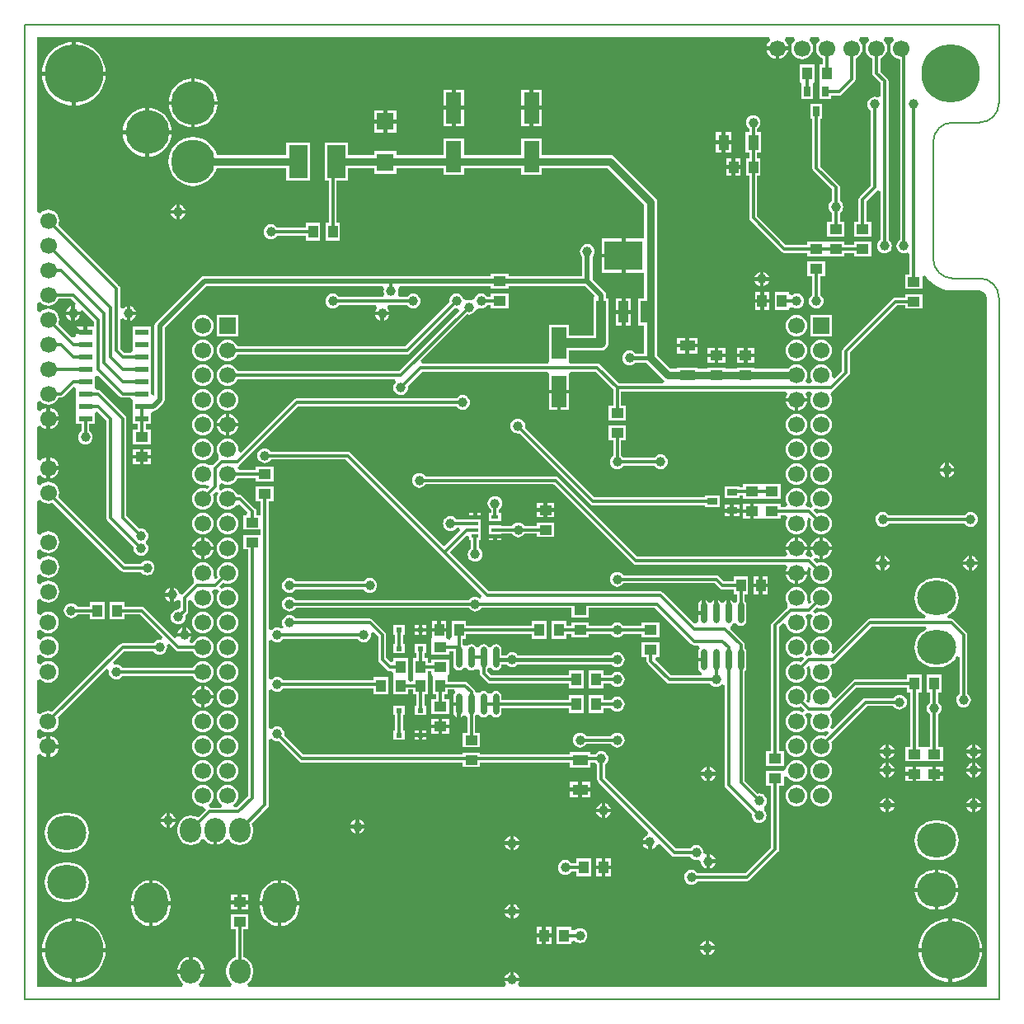
<source format=gbl>
G04 Layer_Physical_Order=2*
G04 Layer_Color=16711680*
%FSLAX43Y43*%
%MOMM*%
G71*
G01*
G75*
%ADD12R,1.300X1.000*%
%ADD13R,1.000X1.300*%
%ADD27R,1.000X0.700*%
%ADD28C,0.300*%
%ADD29C,0.400*%
%ADD31C,1.000*%
%ADD32C,0.500*%
%ADD33C,0.800*%
%ADD35C,0.150*%
%ADD36C,4.500*%
%ADD37C,1.700*%
%ADD38O,4.000X3.500*%
%ADD39O,2.200X2.500*%
%ADD40O,3.500X4.200*%
%ADD41R,1.700X1.700*%
%ADD42C,6.000*%
%ADD43C,1.000*%
%ADD44R,1.800X1.800*%
%ADD45R,1.600X3.200*%
%ADD46R,1.400X0.600*%
%ADD47R,0.600X0.500*%
%ADD48R,1.905X3.429*%
%ADD49O,0.600X2.200*%
%ADD50R,1.000X2.300*%
%ADD51R,4.000X3.000*%
%ADD52R,0.700X0.350*%
%ADD53R,1.600X1.100*%
%ADD54R,1.100X1.600*%
%ADD55R,0.700X1.000*%
G36*
X89199Y98435D02*
X89163Y98407D01*
X88986Y98177D01*
X88874Y97908D01*
X88836Y97620D01*
X88874Y97332D01*
X88986Y97063D01*
X89163Y96833D01*
X89393Y96656D01*
X89662Y96544D01*
X89838Y96521D01*
Y77964D01*
X89712Y77868D01*
X89591Y77710D01*
X89515Y77527D01*
X89489Y77330D01*
X89515Y77133D01*
X89591Y76950D01*
X89712Y76792D01*
X89870Y76671D01*
X90053Y76595D01*
X90250Y76570D01*
X90447Y76595D01*
X90538Y76633D01*
X90777Y76517D01*
X90838Y76453D01*
Y74414D01*
X90346D01*
Y72906D01*
X92154D01*
Y74250D01*
X92454Y74335D01*
X92609Y74081D01*
X92942Y73692D01*
X93331Y73359D01*
X93768Y73092D01*
X94241Y72896D01*
X94739Y72776D01*
X95236Y72737D01*
X95250Y72735D01*
Y72735D01*
X95250Y72735D01*
X98000D01*
X98000Y72735D01*
X98000Y72735D01*
X98277Y72679D01*
X98370Y72641D01*
X98523Y72523D01*
X98641Y72370D01*
X98714Y72191D01*
X98737Y72017D01*
X98735Y72000D01*
Y1265D01*
X50750D01*
X50617Y1565D01*
X50659Y1620D01*
X50733Y1800D01*
X49267D01*
X49341Y1620D01*
X49383Y1565D01*
X49250Y1265D01*
X22899D01*
X22797Y1565D01*
X22986Y1709D01*
X23203Y1992D01*
X23339Y2322D01*
X23386Y2675D01*
Y2975D01*
X23339Y3328D01*
X23203Y3658D01*
X22986Y3941D01*
X22703Y4158D01*
X22432Y4270D01*
Y7151D01*
X22924D01*
Y8659D01*
X21116D01*
Y7151D01*
X21608D01*
Y4270D01*
X21337Y4158D01*
X21054Y3941D01*
X20837Y3658D01*
X20701Y3328D01*
X20654Y2975D01*
Y2675D01*
X20701Y2322D01*
X20837Y1992D01*
X21054Y1709D01*
X21243Y1565D01*
X21141Y1265D01*
X17899D01*
X17797Y1565D01*
X17986Y1709D01*
X18203Y1992D01*
X18339Y2322D01*
X18379Y2625D01*
X17020D01*
X15661D01*
X15701Y2322D01*
X15837Y1992D01*
X16054Y1709D01*
X16243Y1565D01*
X16141Y1265D01*
X1265D01*
X1265Y25056D01*
X1565Y25158D01*
X1573Y25148D01*
X1803Y24971D01*
X2072Y24859D01*
X2160Y24848D01*
Y25935D01*
Y27022D01*
X2072Y27011D01*
X1803Y26899D01*
X1573Y26722D01*
X1565Y26712D01*
X1265Y26814D01*
Y27596D01*
X1565Y27698D01*
X1573Y27688D01*
X1803Y27511D01*
X2072Y27399D01*
X2360Y27361D01*
X2648Y27399D01*
X2917Y27511D01*
X3147Y27688D01*
X3324Y27918D01*
X3436Y28187D01*
X3474Y28475D01*
X3436Y28763D01*
X3376Y28908D01*
X8348Y33881D01*
X8545Y33800D01*
X8620Y33729D01*
X8599Y33570D01*
X8625Y33373D01*
X8701Y33190D01*
X8822Y33032D01*
X8980Y32911D01*
X9163Y32835D01*
X9360Y32809D01*
X9557Y32835D01*
X9740Y32911D01*
X9898Y33032D01*
X9994Y33158D01*
X17226D01*
X17286Y33013D01*
X17463Y32783D01*
X17693Y32606D01*
X17962Y32494D01*
X18250Y32456D01*
X18538Y32494D01*
X18807Y32606D01*
X19037Y32783D01*
X19214Y33013D01*
X19326Y33282D01*
X19364Y33570D01*
X19326Y33858D01*
X19214Y34127D01*
X19037Y34357D01*
X18807Y34534D01*
X18538Y34646D01*
X18250Y34684D01*
X17962Y34646D01*
X17693Y34534D01*
X17463Y34357D01*
X17286Y34127D01*
X17226Y33982D01*
X9994D01*
X9898Y34108D01*
X9740Y34229D01*
X9557Y34305D01*
X9360Y34331D01*
X9201Y34310D01*
X9130Y34385D01*
X9049Y34582D01*
X10166Y35698D01*
X13171D01*
X13267Y35572D01*
X13425Y35451D01*
X13608Y35375D01*
X13805Y35349D01*
X14002Y35375D01*
X14185Y35451D01*
X14343Y35572D01*
X14464Y35730D01*
X14540Y35913D01*
X14566Y36110D01*
X14545Y36269D01*
X14620Y36340D01*
X14817Y36421D01*
X15419Y35819D01*
X15552Y35729D01*
X15710Y35698D01*
X17226D01*
X17286Y35553D01*
X17463Y35323D01*
X17693Y35146D01*
X17962Y35034D01*
X18250Y34996D01*
X18538Y35034D01*
X18807Y35146D01*
X19037Y35323D01*
X19214Y35553D01*
X19326Y35822D01*
X19364Y36110D01*
X19326Y36398D01*
X19214Y36667D01*
X19037Y36897D01*
X18807Y37074D01*
X18538Y37186D01*
X18250Y37224D01*
X17962Y37186D01*
X17693Y37074D01*
X17463Y36897D01*
X17286Y36667D01*
X17238Y36551D01*
X16948Y36550D01*
X16856Y36822D01*
X16883Y36842D01*
X17004Y37000D01*
X17078Y37180D01*
X15562D01*
X15530Y37150D01*
X15333Y37069D01*
X12236Y40166D01*
X12103Y40256D01*
X11945Y40287D01*
X10213D01*
Y40779D01*
X8705D01*
Y38971D01*
X10213D01*
Y39463D01*
X11774D01*
X14116Y37122D01*
X14035Y36925D01*
X13964Y36850D01*
X13805Y36871D01*
X13608Y36845D01*
X13425Y36769D01*
X13267Y36648D01*
X13171Y36522D01*
X9995D01*
X9837Y36491D01*
X9704Y36401D01*
X2793Y29491D01*
X2648Y29551D01*
X2360Y29589D01*
X2072Y29551D01*
X1803Y29439D01*
X1573Y29262D01*
X1565Y29252D01*
X1265Y29354D01*
Y32706D01*
X1565Y32808D01*
X1573Y32798D01*
X1803Y32621D01*
X2072Y32509D01*
X2360Y32471D01*
X2648Y32509D01*
X2917Y32621D01*
X3147Y32798D01*
X3324Y33028D01*
X3436Y33297D01*
X3474Y33585D01*
X3436Y33873D01*
X3324Y34142D01*
X3147Y34372D01*
X2917Y34549D01*
X2648Y34661D01*
X2360Y34699D01*
X2072Y34661D01*
X1803Y34549D01*
X1573Y34372D01*
X1565Y34362D01*
X1265Y34464D01*
Y35246D01*
X1565Y35348D01*
X1573Y35338D01*
X1803Y35161D01*
X2072Y35049D01*
X2360Y35011D01*
X2648Y35049D01*
X2917Y35161D01*
X3147Y35338D01*
X3324Y35568D01*
X3436Y35837D01*
X3474Y36125D01*
X3436Y36413D01*
X3324Y36682D01*
X3147Y36912D01*
X2917Y37089D01*
X2648Y37201D01*
X2360Y37239D01*
X2072Y37201D01*
X1803Y37089D01*
X1573Y36912D01*
X1565Y36902D01*
X1265Y37004D01*
Y37786D01*
X1565Y37888D01*
X1573Y37878D01*
X1803Y37701D01*
X2072Y37589D01*
X2360Y37551D01*
X2648Y37589D01*
X2917Y37701D01*
X3147Y37878D01*
X3324Y38108D01*
X3436Y38377D01*
X3474Y38665D01*
X3436Y38953D01*
X3324Y39222D01*
X3147Y39452D01*
X2917Y39629D01*
X2648Y39741D01*
X2360Y39779D01*
X2072Y39741D01*
X1803Y39629D01*
X1573Y39452D01*
X1565Y39442D01*
X1265Y39544D01*
Y40965D01*
X1565Y41067D01*
X1588Y41038D01*
X1818Y40861D01*
X2087Y40749D01*
X2375Y40711D01*
X2663Y40749D01*
X2932Y40861D01*
X3162Y41038D01*
X3339Y41268D01*
X3451Y41537D01*
X3489Y41825D01*
X3451Y42113D01*
X3339Y42382D01*
X3162Y42612D01*
X2932Y42789D01*
X2663Y42901D01*
X2375Y42939D01*
X2087Y42901D01*
X1818Y42789D01*
X1588Y42612D01*
X1565Y42583D01*
X1265Y42685D01*
Y43506D01*
X1565Y43607D01*
X1588Y43578D01*
X1818Y43401D01*
X2087Y43289D01*
X2375Y43251D01*
X2663Y43289D01*
X2932Y43401D01*
X3162Y43578D01*
X3339Y43808D01*
X3451Y44077D01*
X3489Y44365D01*
X3451Y44653D01*
X3339Y44922D01*
X3162Y45152D01*
X2932Y45329D01*
X2663Y45441D01*
X2375Y45479D01*
X2087Y45441D01*
X1818Y45329D01*
X1588Y45152D01*
X1565Y45123D01*
X1265Y45225D01*
Y46046D01*
X1565Y46147D01*
X1588Y46118D01*
X1818Y45941D01*
X2087Y45829D01*
X2375Y45791D01*
X2663Y45829D01*
X2932Y45941D01*
X3162Y46118D01*
X3339Y46348D01*
X3451Y46617D01*
X3489Y46905D01*
X3451Y47193D01*
X3339Y47462D01*
X3162Y47692D01*
X2932Y47869D01*
X2663Y47981D01*
X2375Y48019D01*
X2087Y47981D01*
X1818Y47869D01*
X1588Y47692D01*
X1565Y47663D01*
X1265Y47764D01*
Y51125D01*
X1565Y51227D01*
X1588Y51198D01*
X1818Y51021D01*
X2087Y50909D01*
X2375Y50871D01*
X2663Y50909D01*
X2808Y50969D01*
X9809Y43969D01*
X9942Y43879D01*
X10100Y43848D01*
X11901D01*
X11997Y43722D01*
X12155Y43601D01*
X12338Y43525D01*
X12535Y43499D01*
X12732Y43525D01*
X12915Y43601D01*
X13073Y43722D01*
X13194Y43880D01*
X13270Y44063D01*
X13295Y44260D01*
X13270Y44457D01*
X13194Y44640D01*
X13073Y44798D01*
X12915Y44919D01*
X12732Y44995D01*
X12535Y45021D01*
X12338Y44995D01*
X12155Y44919D01*
X11997Y44798D01*
X11901Y44672D01*
X10271D01*
X3391Y51552D01*
X3451Y51697D01*
X3489Y51985D01*
X3451Y52273D01*
X3339Y52542D01*
X3162Y52772D01*
X2932Y52949D01*
X2663Y53061D01*
X2375Y53099D01*
X2087Y53061D01*
X1818Y52949D01*
X1588Y52772D01*
X1565Y52743D01*
X1265Y52845D01*
Y53666D01*
X1565Y53767D01*
X1588Y53738D01*
X1818Y53561D01*
X2087Y53449D01*
X2175Y53438D01*
Y54525D01*
Y55612D01*
X2087Y55601D01*
X1818Y55489D01*
X1588Y55312D01*
X1565Y55283D01*
X1265Y55384D01*
X1265Y58745D01*
X1565Y58847D01*
X1588Y58818D01*
X1818Y58641D01*
X2087Y58529D01*
X2175Y58518D01*
Y59605D01*
Y60692D01*
X2087Y60681D01*
X1818Y60569D01*
X1588Y60392D01*
X1565Y60363D01*
X1265Y60465D01*
Y61285D01*
X1565Y61387D01*
X1588Y61358D01*
X1818Y61181D01*
X2087Y61069D01*
X2375Y61031D01*
X2663Y61069D01*
X2932Y61181D01*
X3162Y61358D01*
X3339Y61588D01*
X3399Y61733D01*
X3645D01*
X3803Y61764D01*
X3936Y61854D01*
X4931Y62848D01*
X5024Y62847D01*
X5231Y62646D01*
Y61591D01*
X5231D01*
Y61429D01*
X5231D01*
Y60459D01*
X5231Y60240D01*
X5231Y60021D01*
Y59051D01*
X5773D01*
Y58334D01*
X5647Y58238D01*
X5526Y58080D01*
X5450Y57897D01*
X5424Y57700D01*
X5450Y57503D01*
X5526Y57320D01*
X5647Y57162D01*
X5805Y57041D01*
X5988Y56965D01*
X6185Y56939D01*
X6382Y56965D01*
X6565Y57041D01*
X6723Y57162D01*
X6844Y57320D01*
X6920Y57503D01*
X6945Y57700D01*
X6920Y57897D01*
X6844Y58080D01*
X6723Y58238D01*
X6597Y58334D01*
Y59051D01*
X7139D01*
X7139Y60106D01*
X7346Y60307D01*
X7439Y60308D01*
X8313Y59434D01*
Y49445D01*
X8344Y49287D01*
X8434Y49154D01*
X11160Y46427D01*
X11139Y46270D01*
X11165Y46073D01*
X11241Y45890D01*
X11362Y45732D01*
X11520Y45611D01*
X11703Y45535D01*
X11900Y45509D01*
X12097Y45535D01*
X12280Y45611D01*
X12438Y45732D01*
X12559Y45890D01*
X12635Y46073D01*
X12660Y46270D01*
X12635Y46467D01*
X12559Y46650D01*
X12438Y46808D01*
Y47002D01*
X12559Y47160D01*
X12635Y47343D01*
X12660Y47540D01*
X12635Y47737D01*
X12559Y47920D01*
X12438Y48078D01*
X12280Y48199D01*
X12097Y48275D01*
X11900Y48301D01*
X11743Y48280D01*
X10407Y49616D01*
Y59605D01*
X10376Y59763D01*
X10286Y59896D01*
X7746Y62436D01*
X7613Y62526D01*
X7455Y62557D01*
X7351D01*
X7139Y62769D01*
X7139Y62999D01*
Y63831D01*
X7218Y63929D01*
X7609Y63949D01*
X9704Y61854D01*
X9837Y61764D01*
X9995Y61733D01*
X10819D01*
X11031Y61521D01*
X11031Y61291D01*
Y60321D01*
X11031D01*
Y60159D01*
X11031D01*
Y59051D01*
X11573D01*
Y58454D01*
X11081D01*
Y56946D01*
X12889D01*
Y58454D01*
X12397D01*
Y59051D01*
X12939D01*
Y60159D01*
X13155Y60361D01*
X13170D01*
X13367Y60400D01*
X13533Y60512D01*
X14168Y61147D01*
X14280Y61313D01*
X14319Y61510D01*
Y68917D01*
X18590Y73188D01*
X36667D01*
X36851Y72888D01*
X36840Y72862D01*
X36814Y72665D01*
X36840Y72468D01*
X36876Y72382D01*
X36755Y72137D01*
X36694Y72082D01*
X32219D01*
X32123Y72208D01*
X31965Y72329D01*
X31782Y72405D01*
X31585Y72431D01*
X31388Y72405D01*
X31205Y72329D01*
X31047Y72208D01*
X30926Y72050D01*
X30850Y71867D01*
X30824Y71670D01*
X30850Y71473D01*
X30926Y71290D01*
X31047Y71132D01*
X31205Y71011D01*
X31388Y70935D01*
X31585Y70909D01*
X31782Y70935D01*
X31965Y71011D01*
X32123Y71132D01*
X32219Y71258D01*
X36052D01*
X36154Y70958D01*
X36127Y70938D01*
X36006Y70780D01*
X35932Y70600D01*
X37398D01*
X37324Y70780D01*
X37203Y70938D01*
X37176Y70958D01*
X37278Y71258D01*
X39206D01*
X39302Y71132D01*
X39460Y71011D01*
X39643Y70935D01*
X39840Y70909D01*
X40037Y70935D01*
X40220Y71011D01*
X40378Y71132D01*
X40499Y71290D01*
X40575Y71473D01*
X40600Y71670D01*
X40575Y71867D01*
X40499Y72050D01*
X40378Y72208D01*
X40220Y72329D01*
X40037Y72405D01*
X39840Y72431D01*
X39643Y72405D01*
X39460Y72329D01*
X39302Y72208D01*
X39206Y72082D01*
X38456D01*
X38395Y72137D01*
X38274Y72382D01*
X38310Y72468D01*
X38335Y72665D01*
X38310Y72862D01*
X38299Y72888D01*
X38483Y73188D01*
X47826D01*
Y72948D01*
X49634D01*
Y73188D01*
X57530D01*
X58473Y72245D01*
X58390Y71945D01*
X58390D01*
Y70590D01*
X58383Y70541D01*
Y68127D01*
X55880D01*
Y69220D01*
X53772D01*
Y65538D01*
X53772Y65512D01*
X53709Y65238D01*
X40765D01*
X40640Y65538D01*
X45398Y70295D01*
X45555Y70274D01*
X45752Y70300D01*
X45935Y70376D01*
X46093Y70497D01*
X46214Y70655D01*
X46263Y70773D01*
X46320Y70848D01*
X46606Y70945D01*
X46628Y70935D01*
X46825Y70909D01*
X47022Y70935D01*
X47205Y71011D01*
X47363Y71132D01*
X47459Y71258D01*
X47826D01*
Y70916D01*
X49634D01*
Y72424D01*
X47826D01*
Y72082D01*
X47459D01*
X47363Y72208D01*
X47205Y72329D01*
X47022Y72405D01*
X46825Y72431D01*
X46628Y72405D01*
X46445Y72329D01*
X46287Y72208D01*
X46166Y72050D01*
X46117Y71932D01*
X46060Y71857D01*
X45774Y71760D01*
X45752Y71770D01*
X45555Y71796D01*
X45358Y71770D01*
X45336Y71760D01*
X45050Y71857D01*
X44993Y71932D01*
X44944Y72050D01*
X44823Y72208D01*
X44665Y72329D01*
X44482Y72405D01*
X44285Y72431D01*
X44088Y72405D01*
X43905Y72329D01*
X43747Y72208D01*
X43626Y72050D01*
X43550Y71867D01*
X43524Y71670D01*
X43545Y71513D01*
X39034Y67002D01*
X21814D01*
X21754Y67147D01*
X21577Y67377D01*
X21347Y67554D01*
X21078Y67666D01*
X20790Y67704D01*
X20502Y67666D01*
X20233Y67554D01*
X20003Y67377D01*
X19826Y67147D01*
X19714Y66878D01*
X19676Y66590D01*
X19714Y66302D01*
X19826Y66033D01*
X20003Y65803D01*
X20233Y65626D01*
X20502Y65514D01*
X20790Y65476D01*
X21078Y65514D01*
X21347Y65626D01*
X21577Y65803D01*
X21754Y66033D01*
X21814Y66178D01*
X39205D01*
X39363Y66209D01*
X39496Y66299D01*
X44128Y70930D01*
X44285Y70909D01*
X44444Y70930D01*
X44515Y70855D01*
X44596Y70658D01*
X38399Y64462D01*
X21814D01*
X21754Y64607D01*
X21577Y64837D01*
X21347Y65014D01*
X21078Y65126D01*
X20790Y65164D01*
X20502Y65126D01*
X20233Y65014D01*
X20003Y64837D01*
X19826Y64607D01*
X19714Y64338D01*
X19676Y64050D01*
X19714Y63762D01*
X19826Y63493D01*
X20003Y63263D01*
X20233Y63086D01*
X20502Y62974D01*
X20790Y62936D01*
X21078Y62974D01*
X21347Y63086D01*
X21577Y63263D01*
X21754Y63493D01*
X21814Y63638D01*
X37957D01*
X38059Y63338D01*
X38032Y63318D01*
X37911Y63160D01*
X37835Y62977D01*
X37809Y62780D01*
X37835Y62583D01*
X37911Y62400D01*
X38032Y62242D01*
X38190Y62121D01*
X38373Y62045D01*
X38570Y62019D01*
X38767Y62045D01*
X38950Y62121D01*
X39108Y62242D01*
X39229Y62400D01*
X39305Y62583D01*
X39331Y62780D01*
X39310Y62937D01*
X40787Y64414D01*
X53552D01*
X53772Y64220D01*
X53772Y64114D01*
Y62566D01*
X54826D01*
X55880D01*
Y64114D01*
X55880Y64220D01*
X56100Y64414D01*
X58578D01*
X60383Y62609D01*
Y60930D01*
X59891D01*
Y59422D01*
X61699D01*
Y60930D01*
X61207D01*
Y62368D01*
X78099D01*
X78247Y62068D01*
X78246Y62067D01*
X78134Y61798D01*
X78123Y61710D01*
X79210D01*
X80297D01*
X80286Y61798D01*
X80174Y62067D01*
X80173Y62068D01*
X80321Y62368D01*
X80639D01*
X80787Y62068D01*
X80786Y62067D01*
X80674Y61798D01*
X80636Y61510D01*
X80674Y61222D01*
X80786Y60953D01*
X80963Y60723D01*
X81193Y60546D01*
X81462Y60434D01*
X81750Y60396D01*
X82038Y60434D01*
X82307Y60546D01*
X82537Y60723D01*
X82714Y60953D01*
X82826Y61222D01*
X82864Y61510D01*
X82826Y61798D01*
X82714Y62067D01*
X82713Y62068D01*
X82733Y62180D01*
X82849Y62385D01*
X82924Y62399D01*
X83057Y62489D01*
X84581Y64013D01*
X84671Y64146D01*
X84702Y64304D01*
Y66339D01*
X89579Y71216D01*
X90346D01*
Y70874D01*
X92154D01*
Y72382D01*
X90346D01*
Y72040D01*
X89408D01*
X89250Y72009D01*
X89117Y71919D01*
X83999Y66801D01*
X83909Y66668D01*
X83878Y66510D01*
Y64475D01*
X83119Y63715D01*
X82838Y63859D01*
X82864Y64050D01*
X82826Y64338D01*
X82714Y64607D01*
X82537Y64837D01*
X82307Y65014D01*
X82038Y65126D01*
X81750Y65164D01*
X81462Y65126D01*
X81193Y65014D01*
X80963Y64837D01*
X80786Y64607D01*
X80674Y64338D01*
X80636Y64050D01*
X80674Y63762D01*
X80786Y63493D01*
X80787Y63492D01*
X80639Y63192D01*
X80321D01*
X80173Y63492D01*
X80174Y63493D01*
X80286Y63762D01*
X80324Y64050D01*
X80286Y64338D01*
X80174Y64607D01*
X79997Y64837D01*
X79767Y65014D01*
X79498Y65126D01*
X79210Y65164D01*
X78922Y65126D01*
X78653Y65014D01*
X78423Y64837D01*
X78325Y64710D01*
X74904D01*
Y64804D01*
X73096D01*
Y64710D01*
X71904D01*
Y64804D01*
X70096D01*
Y64710D01*
X69054D01*
Y64854D01*
X66946D01*
Y64710D01*
X66275D01*
X64884Y66101D01*
Y81830D01*
X64861Y82001D01*
X64795Y82160D01*
X64690Y82296D01*
X60520Y86466D01*
X60384Y86571D01*
X60225Y86637D01*
X60054Y86660D01*
X53054D01*
Y88354D01*
X50946D01*
Y86660D01*
X45054D01*
Y88354D01*
X42946D01*
Y86660D01*
X38154D01*
Y87054D01*
X35846D01*
Y86660D01*
X33175D01*
Y87968D01*
X30762D01*
Y84032D01*
X31173D01*
Y79686D01*
X30831D01*
Y77878D01*
X32339D01*
Y79686D01*
X31997D01*
Y84032D01*
X33175D01*
Y85340D01*
X35846D01*
Y84746D01*
X38154D01*
Y85340D01*
X42946D01*
Y84646D01*
X45054D01*
Y85340D01*
X50946D01*
Y84646D01*
X53054D01*
Y85340D01*
X59781D01*
X63564Y81557D01*
Y78095D01*
X61644D01*
Y76341D01*
Y74587D01*
X63564D01*
Y71945D01*
X62990D01*
Y69137D01*
X63564D01*
Y66291D01*
X62660D01*
X62603Y66366D01*
X62445Y66487D01*
X62262Y66563D01*
X62065Y66589D01*
X61868Y66563D01*
X61685Y66487D01*
X61527Y66366D01*
X61406Y66208D01*
X61330Y66025D01*
X61304Y65828D01*
X61330Y65631D01*
X61406Y65448D01*
X61527Y65290D01*
X61685Y65169D01*
X61868Y65093D01*
X62065Y65067D01*
X62262Y65093D01*
X62445Y65169D01*
X62603Y65290D01*
X62660Y65365D01*
X63755D01*
X63758Y65362D01*
X65536Y63584D01*
X65655Y63492D01*
X65657Y63460D01*
X65513Y63192D01*
X60966D01*
X59040Y65117D01*
X58907Y65207D01*
X58749Y65238D01*
X55943D01*
X55880Y65512D01*
X55880Y65538D01*
Y66605D01*
X59144D01*
X59341Y66631D01*
X59524Y66707D01*
X59682Y66828D01*
X59803Y66986D01*
X59879Y67169D01*
X59904Y67366D01*
Y70541D01*
X59898Y70590D01*
Y71945D01*
X59658D01*
Y72301D01*
X59619Y72498D01*
X59507Y72664D01*
X58257Y73915D01*
Y76194D01*
X58281Y76212D01*
X58402Y76370D01*
X58478Y76553D01*
X58504Y76750D01*
X58478Y76947D01*
X58402Y77130D01*
X58281Y77288D01*
X58123Y77409D01*
X57940Y77485D01*
X57743Y77511D01*
X57546Y77485D01*
X57363Y77409D01*
X57205Y77288D01*
X57084Y77130D01*
X57008Y76947D01*
X56982Y76750D01*
X57008Y76553D01*
X57084Y76370D01*
X57205Y76212D01*
X57229Y76194D01*
Y74216D01*
X49634D01*
Y74456D01*
X47826D01*
Y74216D01*
X18377D01*
X18180Y74177D01*
X18014Y74065D01*
X13442Y69493D01*
X13330Y69327D01*
X13291Y69130D01*
Y61974D01*
X13239Y61939D01*
X12939Y62099D01*
Y62699D01*
X12939D01*
Y62861D01*
X12939D01*
Y63969D01*
X12939D01*
Y64131D01*
X12939D01*
Y65239D01*
X12939D01*
Y65401D01*
X12939D01*
Y66371D01*
X12939Y66590D01*
X12939Y66809D01*
X12939Y67860D01*
X12939Y68079D01*
Y69049D01*
X11031D01*
Y68079D01*
X11031Y67860D01*
X11031Y67641D01*
X11031Y66579D01*
X10819Y66367D01*
X10166D01*
X9772Y66761D01*
Y69787D01*
X10072Y69889D01*
X10092Y69862D01*
X10250Y69741D01*
X10430Y69667D01*
Y70400D01*
Y71133D01*
X10250Y71059D01*
X10092Y70938D01*
X10072Y70911D01*
X9772Y71013D01*
Y72940D01*
X9741Y73098D01*
X9651Y73231D01*
X3391Y79492D01*
X3451Y79637D01*
X3489Y79925D01*
X3451Y80213D01*
X3339Y80482D01*
X3162Y80712D01*
X2932Y80889D01*
X2663Y81001D01*
X2375Y81039D01*
X2087Y81001D01*
X1818Y80889D01*
X1588Y80712D01*
X1565Y80683D01*
X1265Y80785D01*
X1265Y98735D01*
X76397D01*
X76499Y98435D01*
X76463Y98407D01*
X76286Y98177D01*
X76174Y97908D01*
X76163Y97820D01*
X78337D01*
X78326Y97908D01*
X78214Y98177D01*
X78037Y98407D01*
X78001Y98435D01*
X78103Y98735D01*
X78937D01*
X79039Y98435D01*
X79003Y98407D01*
X78826Y98177D01*
X78714Y97908D01*
X78676Y97620D01*
X78714Y97332D01*
X78826Y97063D01*
X79003Y96833D01*
X79233Y96656D01*
X79502Y96544D01*
X79790Y96506D01*
X80078Y96544D01*
X80347Y96656D01*
X80577Y96833D01*
X80754Y97063D01*
X80866Y97332D01*
X80904Y97620D01*
X80866Y97908D01*
X80754Y98177D01*
X80577Y98407D01*
X80541Y98435D01*
X80643Y98735D01*
X81477D01*
X81579Y98435D01*
X81543Y98407D01*
X81366Y98177D01*
X81254Y97908D01*
X81216Y97620D01*
X81254Y97332D01*
X81366Y97063D01*
X81543Y96833D01*
X81773Y96656D01*
X81918Y96596D01*
Y95984D01*
X81576D01*
Y94222D01*
X81576Y94176D01*
X81594Y93883D01*
Y92421D01*
X82802D01*
Y92763D01*
X83600D01*
X83758Y92794D01*
X83891Y92884D01*
X85161Y94154D01*
X85251Y94287D01*
X85282Y94445D01*
Y96596D01*
X85427Y96656D01*
X85657Y96833D01*
X85834Y97063D01*
X85946Y97332D01*
X85984Y97620D01*
X85946Y97908D01*
X85834Y98177D01*
X85657Y98407D01*
X85621Y98435D01*
X85723Y98735D01*
X86557D01*
X86659Y98435D01*
X86623Y98407D01*
X86446Y98177D01*
X86334Y97908D01*
X86296Y97620D01*
X86334Y97332D01*
X86446Y97063D01*
X86623Y96833D01*
X86853Y96656D01*
X86998Y96596D01*
Y95080D01*
X87029Y94922D01*
X87119Y94789D01*
X87838Y94069D01*
Y92752D01*
X87777Y92688D01*
X87538Y92572D01*
X87447Y92610D01*
X87250Y92636D01*
X87053Y92610D01*
X86870Y92534D01*
X86712Y92413D01*
X86591Y92255D01*
X86515Y92072D01*
X86489Y91875D01*
X86515Y91678D01*
X86591Y91495D01*
X86712Y91337D01*
X86838Y91241D01*
Y83501D01*
X85709Y82371D01*
X85619Y82238D01*
X85588Y82080D01*
Y79818D01*
X85096D01*
Y78310D01*
X86904D01*
Y79818D01*
X86412D01*
Y81909D01*
X87538Y83036D01*
X87552Y83035D01*
X87838Y82943D01*
Y77964D01*
X87712Y77868D01*
X87591Y77710D01*
X87515Y77527D01*
X87489Y77330D01*
X87515Y77133D01*
X87591Y76950D01*
X87712Y76792D01*
X87870Y76671D01*
X88053Y76595D01*
X88250Y76570D01*
X88447Y76595D01*
X88630Y76671D01*
X88788Y76792D01*
X88909Y76950D01*
X88985Y77133D01*
X89011Y77330D01*
X88985Y77527D01*
X88909Y77710D01*
X88788Y77868D01*
X88662Y77964D01*
Y94240D01*
X88631Y94398D01*
X88541Y94531D01*
X87822Y95251D01*
Y96596D01*
X87967Y96656D01*
X88197Y96833D01*
X88374Y97063D01*
X88486Y97332D01*
X88524Y97620D01*
X88486Y97908D01*
X88374Y98177D01*
X88197Y98407D01*
X88161Y98435D01*
X88263Y98735D01*
X89097D01*
X89199Y98435D01*
D02*
G37*
G36*
X5226Y71412D02*
X5145Y71215D01*
X5115Y71183D01*
Y70600D01*
X5698D01*
X5730Y70630D01*
X5927Y70711D01*
X7043Y69594D01*
Y69049D01*
X6385D01*
Y68495D01*
X6185D01*
Y68295D01*
X5231D01*
Y68079D01*
X5152Y67981D01*
X4761Y67961D01*
X3391Y69332D01*
X3451Y69477D01*
X3489Y69765D01*
X3451Y70053D01*
X3339Y70322D01*
X3162Y70552D01*
X2932Y70729D01*
X2663Y70841D01*
X2375Y70879D01*
X2087Y70841D01*
X1818Y70729D01*
X1588Y70552D01*
X1565Y70523D01*
X1265Y70624D01*
Y71446D01*
X1565Y71547D01*
X1588Y71518D01*
X1818Y71341D01*
X2087Y71229D01*
X2375Y71191D01*
X2663Y71229D01*
X2932Y71341D01*
X3162Y71518D01*
X3339Y71748D01*
X3399Y71893D01*
X4744D01*
X5226Y71412D01*
D02*
G37*
%LPC*%
G36*
X78337Y97420D02*
X77450D01*
Y96533D01*
X77538Y96544D01*
X77807Y96656D01*
X78037Y96833D01*
X78214Y97063D01*
X78326Y97332D01*
X78337Y97420D01*
D02*
G37*
G36*
X77050D02*
X76163D01*
X76174Y97332D01*
X76286Y97063D01*
X76463Y96833D01*
X76693Y96656D01*
X76962Y96544D01*
X77050Y96533D01*
Y97420D01*
D02*
G37*
G36*
X5200Y98248D02*
Y95200D01*
X8248D01*
X8224Y95511D01*
X8104Y96009D01*
X7908Y96482D01*
X7641Y96919D01*
X7308Y97308D01*
X6919Y97641D01*
X6482Y97908D01*
X6009Y98104D01*
X5511Y98224D01*
X5200Y98248D01*
D02*
G37*
G36*
X4800D02*
X4489Y98224D01*
X3991Y98104D01*
X3518Y97908D01*
X3081Y97641D01*
X2692Y97308D01*
X2359Y96919D01*
X2092Y96482D01*
X1896Y96009D01*
X1776Y95511D01*
X1752Y95200D01*
X4800D01*
Y98248D01*
D02*
G37*
G36*
X81052Y95984D02*
X79544D01*
Y94176D01*
X79566D01*
X79694Y93929D01*
Y92421D01*
X80902D01*
Y93929D01*
X81030Y94176D01*
X81052D01*
Y95984D01*
D02*
G37*
G36*
X17437Y94496D02*
Y92200D01*
X19733D01*
X19704Y92491D01*
X19561Y92963D01*
X19329Y93398D01*
X19016Y93779D01*
X18634Y94092D01*
X18199Y94325D01*
X17727Y94468D01*
X17437Y94496D01*
D02*
G37*
G36*
X17037D02*
X16746Y94468D01*
X16274Y94325D01*
X15839Y94092D01*
X15457Y93779D01*
X15144Y93398D01*
X14912Y92963D01*
X14769Y92491D01*
X14740Y92200D01*
X17037D01*
Y94496D01*
D02*
G37*
G36*
X4800Y94800D02*
X1752D01*
X1776Y94489D01*
X1896Y93991D01*
X2092Y93518D01*
X2359Y93081D01*
X2692Y92692D01*
X3081Y92359D01*
X3518Y92092D01*
X3991Y91896D01*
X4489Y91776D01*
X4800Y91752D01*
Y94800D01*
D02*
G37*
G36*
X8248D02*
X5200D01*
Y91752D01*
X5511Y91776D01*
X6009Y91896D01*
X6482Y92092D01*
X6919Y92359D01*
X7308Y92692D01*
X7641Y93081D01*
X7908Y93518D01*
X8104Y93991D01*
X8224Y94489D01*
X8248Y94800D01*
D02*
G37*
G36*
X45054Y93354D02*
X44200D01*
Y91700D01*
X45054D01*
Y93354D01*
D02*
G37*
G36*
X43800D02*
X42946D01*
Y91700D01*
X43800D01*
Y93354D01*
D02*
G37*
G36*
X53054D02*
X52200D01*
Y91700D01*
X53054D01*
Y93354D01*
D02*
G37*
G36*
X51800D02*
X50946D01*
Y91700D01*
X51800D01*
Y93354D01*
D02*
G37*
G36*
X38154Y91254D02*
X37200D01*
Y90300D01*
X38154D01*
Y91254D01*
D02*
G37*
G36*
X36800D02*
X35846D01*
Y90300D01*
X36800D01*
Y91254D01*
D02*
G37*
G36*
X53054Y91300D02*
X52200D01*
Y89646D01*
X53054D01*
Y91300D01*
D02*
G37*
G36*
X51800D02*
X50946D01*
Y89646D01*
X51800D01*
Y91300D01*
D02*
G37*
G36*
X45054Y91300D02*
X44200D01*
Y89646D01*
X45054D01*
Y91300D01*
D02*
G37*
G36*
X43800D02*
X42946D01*
Y89646D01*
X43800D01*
Y91300D01*
D02*
G37*
G36*
X19733Y91800D02*
X17437D01*
Y89504D01*
X17727Y89532D01*
X18199Y89675D01*
X18634Y89908D01*
X19016Y90221D01*
X19329Y90602D01*
X19561Y91037D01*
X19704Y91509D01*
X19733Y91800D01*
D02*
G37*
G36*
X17037D02*
X14740D01*
X14769Y91509D01*
X14912Y91037D01*
X15144Y90602D01*
X15457Y90221D01*
X15839Y89908D01*
X16274Y89675D01*
X16746Y89532D01*
X17037Y89504D01*
Y91800D01*
D02*
G37*
G36*
X12736Y91496D02*
Y89200D01*
X15033D01*
X15004Y89491D01*
X14861Y89963D01*
X14629Y90398D01*
X14316Y90779D01*
X13934Y91092D01*
X13499Y91325D01*
X13027Y91468D01*
X12736Y91496D01*
D02*
G37*
G36*
X12336D02*
X12046Y91468D01*
X11574Y91325D01*
X11139Y91092D01*
X10757Y90779D01*
X10444Y90398D01*
X10212Y89963D01*
X10069Y89491D01*
X10040Y89200D01*
X12336D01*
Y91496D01*
D02*
G37*
G36*
X38154Y89900D02*
X37200D01*
Y88946D01*
X38154D01*
Y89900D01*
D02*
G37*
G36*
X36800D02*
X35846D01*
Y88946D01*
X36800D01*
Y89900D01*
D02*
G37*
G36*
X72521Y89024D02*
X71917D01*
Y88170D01*
X72521D01*
Y89024D01*
D02*
G37*
G36*
X71517D02*
X70913D01*
Y88170D01*
X71517D01*
Y89024D01*
D02*
G37*
G36*
X72521Y87770D02*
X71917D01*
Y86916D01*
X72521D01*
Y87770D01*
D02*
G37*
G36*
X71517D02*
X70913D01*
Y86916D01*
X71517D01*
Y87770D01*
D02*
G37*
G36*
X12336Y88800D02*
X10040D01*
X10069Y88509D01*
X10212Y88037D01*
X10444Y87602D01*
X10757Y87221D01*
X11139Y86908D01*
X11574Y86675D01*
X12046Y86532D01*
X12336Y86504D01*
Y88800D01*
D02*
G37*
G36*
X15033D02*
X12736D01*
Y86504D01*
X13027Y86532D01*
X13499Y86675D01*
X13934Y86908D01*
X14316Y87221D01*
X14629Y87602D01*
X14861Y88037D01*
X15004Y88509D01*
X15033Y88800D01*
D02*
G37*
G36*
X73487Y86334D02*
X72933D01*
Y85630D01*
X73487D01*
Y86334D01*
D02*
G37*
G36*
X72533D02*
X71979D01*
Y85630D01*
X72533D01*
Y86334D01*
D02*
G37*
G36*
X73487Y85230D02*
X72933D01*
Y84526D01*
X73487D01*
Y85230D01*
D02*
G37*
G36*
X72533D02*
X71979D01*
Y84526D01*
X72533D01*
Y85230D01*
D02*
G37*
G36*
X17236Y88516D02*
X16746Y88468D01*
X16274Y88325D01*
X15839Y88092D01*
X15457Y87779D01*
X15144Y87398D01*
X14912Y86963D01*
X14769Y86491D01*
X14720Y86000D01*
X14769Y85509D01*
X14912Y85037D01*
X15144Y84602D01*
X15457Y84221D01*
X15839Y83908D01*
X16274Y83675D01*
X16746Y83532D01*
X17236Y83484D01*
X17727Y83532D01*
X18199Y83675D01*
X18634Y83908D01*
X19016Y84221D01*
X19329Y84602D01*
X19561Y85037D01*
X19653Y85340D01*
X26825D01*
Y84032D01*
X29238D01*
Y87968D01*
X26825D01*
Y86660D01*
X19653D01*
X19561Y86963D01*
X19329Y87398D01*
X19016Y87779D01*
X18634Y88092D01*
X18199Y88325D01*
X17727Y88468D01*
X17236Y88516D01*
D02*
G37*
G36*
X15910Y81547D02*
Y81014D01*
X16443D01*
X16369Y81194D01*
X16248Y81352D01*
X16090Y81473D01*
X15910Y81547D01*
D02*
G37*
G36*
X15510D02*
X15330Y81473D01*
X15172Y81352D01*
X15051Y81194D01*
X14977Y81014D01*
X15510D01*
Y81547D01*
D02*
G37*
G36*
X16443Y80614D02*
X15910D01*
Y80081D01*
X16090Y80155D01*
X16248Y80276D01*
X16369Y80434D01*
X16443Y80614D01*
D02*
G37*
G36*
X15510D02*
X14977D01*
X15051Y80434D01*
X15172Y80276D01*
X15330Y80155D01*
X15510Y80081D01*
Y80614D01*
D02*
G37*
G36*
X30307Y79686D02*
X28799D01*
Y79194D01*
X25869D01*
X25773Y79320D01*
X25615Y79441D01*
X25432Y79517D01*
X25235Y79543D01*
X25038Y79517D01*
X24855Y79441D01*
X24697Y79320D01*
X24576Y79162D01*
X24500Y78979D01*
X24474Y78782D01*
X24500Y78585D01*
X24576Y78402D01*
X24697Y78244D01*
X24855Y78123D01*
X25038Y78047D01*
X25235Y78021D01*
X25432Y78047D01*
X25615Y78123D01*
X25773Y78244D01*
X25869Y78370D01*
X28799D01*
Y77878D01*
X30307D01*
Y79686D01*
D02*
G37*
G36*
X81852Y91929D02*
X80644D01*
Y90421D01*
X80838D01*
Y85330D01*
X80869Y85172D01*
X80959Y85039D01*
X82838Y83159D01*
Y81964D01*
X82712Y81868D01*
X82591Y81710D01*
X82515Y81527D01*
X82489Y81330D01*
X82515Y81133D01*
X82591Y80950D01*
X82712Y80792D01*
X82838Y80696D01*
Y79818D01*
X82346D01*
Y78310D01*
X84154D01*
Y79818D01*
X83662D01*
Y80696D01*
X83788Y80792D01*
X83909Y80950D01*
X83985Y81133D01*
X84011Y81330D01*
X83985Y81527D01*
X83909Y81710D01*
X83788Y81868D01*
X83662Y81964D01*
Y83330D01*
X83631Y83488D01*
X83541Y83621D01*
X81662Y85501D01*
Y90421D01*
X81852D01*
Y91929D01*
D02*
G37*
G36*
X61244Y78095D02*
X59190D01*
Y76541D01*
X61244D01*
Y78095D01*
D02*
G37*
G36*
X74765Y90761D02*
X74568Y90735D01*
X74385Y90659D01*
X74227Y90538D01*
X74106Y90380D01*
X74030Y90197D01*
X74004Y90000D01*
X74030Y89803D01*
X74106Y89620D01*
X74227Y89462D01*
X74353Y89366D01*
Y89024D01*
X73961D01*
Y86916D01*
X74353D01*
Y86334D01*
X74011D01*
Y84526D01*
X74353D01*
Y80235D01*
X74384Y80077D01*
X74474Y79944D01*
X77677Y76741D01*
X77810Y76651D01*
X77968Y76620D01*
X80346D01*
Y76278D01*
X82154D01*
Y76278D01*
X82346D01*
Y76278D01*
X84154D01*
Y76620D01*
X85096D01*
Y76278D01*
X86904D01*
Y77786D01*
X85096D01*
Y77444D01*
X84154D01*
Y77786D01*
X82346D01*
Y77786D01*
X82154D01*
Y77786D01*
X80346D01*
Y77444D01*
X78139D01*
X75177Y80406D01*
Y84526D01*
X75519D01*
Y86334D01*
X75177D01*
Y86916D01*
X75569D01*
Y89024D01*
X75177D01*
Y89366D01*
X75303Y89462D01*
X75424Y89620D01*
X75500Y89803D01*
X75525Y90000D01*
X75500Y90197D01*
X75424Y90380D01*
X75303Y90538D01*
X75145Y90659D01*
X74962Y90735D01*
X74765Y90761D01*
D02*
G37*
G36*
X61244Y76141D02*
X59190D01*
Y74587D01*
X61244D01*
Y76141D01*
D02*
G37*
G36*
X75841Y74660D02*
Y74127D01*
X76374D01*
X76300Y74307D01*
X76179Y74465D01*
X76021Y74586D01*
X75841Y74660D01*
D02*
G37*
G36*
X75441D02*
X75261Y74586D01*
X75103Y74465D01*
X74983Y74307D01*
X74908Y74127D01*
X75441D01*
Y74660D01*
D02*
G37*
G36*
X76374Y73727D02*
X75841D01*
Y73194D01*
X76021Y73268D01*
X76179Y73389D01*
X76300Y73547D01*
X76374Y73727D01*
D02*
G37*
G36*
X75441D02*
X74908D01*
X74983Y73547D01*
X75103Y73389D01*
X75261Y73268D01*
X75441Y73194D01*
Y73727D01*
D02*
G37*
G36*
X76448Y72574D02*
X75894D01*
Y71870D01*
X76448D01*
Y72574D01*
D02*
G37*
G36*
X75494D02*
X74940D01*
Y71870D01*
X75494D01*
Y72574D01*
D02*
G37*
G36*
X82154Y75754D02*
X80346D01*
Y74246D01*
X80838D01*
Y72304D01*
X80712Y72208D01*
X80591Y72050D01*
X80515Y71867D01*
X80489Y71670D01*
X80515Y71473D01*
X80591Y71290D01*
X80712Y71132D01*
X80870Y71011D01*
X81053Y70935D01*
X81250Y70909D01*
X81447Y70935D01*
X81630Y71011D01*
X81788Y71132D01*
X81909Y71290D01*
X81985Y71473D01*
X82011Y71670D01*
X81985Y71867D01*
X81909Y72050D01*
X81788Y72208D01*
X81662Y72304D01*
Y74246D01*
X82154D01*
Y75754D01*
D02*
G37*
G36*
X78480Y72574D02*
X76972D01*
Y70766D01*
X78480D01*
Y70946D01*
X78553Y71004D01*
X78780Y71080D01*
X78870Y71011D01*
X79053Y70935D01*
X79250Y70909D01*
X79447Y70935D01*
X79630Y71011D01*
X79788Y71132D01*
X79909Y71290D01*
X79985Y71473D01*
X80011Y71670D01*
X79985Y71867D01*
X79909Y72050D01*
X79788Y72208D01*
X79630Y72329D01*
X79447Y72405D01*
X79250Y72431D01*
X79053Y72405D01*
X78870Y72329D01*
X78780Y72260D01*
X78553Y72336D01*
X78480Y72394D01*
Y72574D01*
D02*
G37*
G36*
X76448Y71470D02*
X75894D01*
Y70766D01*
X76448D01*
Y71470D01*
D02*
G37*
G36*
X75494D02*
X74940D01*
Y70766D01*
X75494D01*
Y71470D01*
D02*
G37*
G36*
X62198Y71945D02*
X61644D01*
Y70741D01*
X62198D01*
Y71945D01*
D02*
G37*
G36*
X61244D02*
X60690D01*
Y70741D01*
X61244D01*
Y71945D01*
D02*
G37*
G36*
X10830Y71133D02*
Y70600D01*
X11363D01*
X11289Y70780D01*
X11168Y70938D01*
X11010Y71059D01*
X10830Y71133D01*
D02*
G37*
G36*
X37398Y70200D02*
X36865D01*
Y69667D01*
X37045Y69741D01*
X37203Y69862D01*
X37324Y70020D01*
X37398Y70200D01*
D02*
G37*
G36*
X36465D02*
X35932D01*
X36006Y70020D01*
X36127Y69862D01*
X36285Y69741D01*
X36465Y69667D01*
Y70200D01*
D02*
G37*
G36*
X11363D02*
X10830D01*
Y69667D01*
X11010Y69741D01*
X11168Y69862D01*
X11289Y70020D01*
X11363Y70200D01*
D02*
G37*
G36*
X62198Y70341D02*
X61644D01*
Y69137D01*
X62198D01*
Y70341D01*
D02*
G37*
G36*
X61244D02*
X60690D01*
Y69137D01*
X61244D01*
Y70341D01*
D02*
G37*
G36*
X82854Y70234D02*
X80646D01*
Y68026D01*
X82854D01*
Y70234D01*
D02*
G37*
G36*
X21894D02*
X19686D01*
Y68026D01*
X21894D01*
Y70234D01*
D02*
G37*
G36*
X79210Y70244D02*
X78922Y70206D01*
X78653Y70094D01*
X78423Y69917D01*
X78246Y69687D01*
X78134Y69418D01*
X78096Y69130D01*
X78134Y68842D01*
X78246Y68573D01*
X78423Y68343D01*
X78653Y68166D01*
X78922Y68054D01*
X79210Y68016D01*
X79498Y68054D01*
X79767Y68166D01*
X79997Y68343D01*
X80174Y68573D01*
X80286Y68842D01*
X80324Y69130D01*
X80286Y69418D01*
X80174Y69687D01*
X79997Y69917D01*
X79767Y70094D01*
X79498Y70206D01*
X79210Y70244D01*
D02*
G37*
G36*
X18250D02*
X17962Y70206D01*
X17693Y70094D01*
X17463Y69917D01*
X17286Y69687D01*
X17174Y69418D01*
X17136Y69130D01*
X17174Y68842D01*
X17286Y68573D01*
X17463Y68343D01*
X17693Y68166D01*
X17962Y68054D01*
X18250Y68016D01*
X18538Y68054D01*
X18807Y68166D01*
X19037Y68343D01*
X19214Y68573D01*
X19326Y68842D01*
X19364Y69130D01*
X19326Y69418D01*
X19214Y69687D01*
X19037Y69917D01*
X18807Y70094D01*
X18538Y70206D01*
X18250Y70244D01*
D02*
G37*
G36*
X69054Y67902D02*
X68200D01*
Y67298D01*
X69054D01*
Y67902D01*
D02*
G37*
G36*
X67800D02*
X66946D01*
Y67298D01*
X67800D01*
Y67902D01*
D02*
G37*
G36*
X69054Y66898D02*
X68200D01*
Y66294D01*
X69054D01*
Y66898D01*
D02*
G37*
G36*
X67800D02*
X66946D01*
Y66294D01*
X67800D01*
Y66898D01*
D02*
G37*
G36*
X71904Y66836D02*
X71200D01*
Y66282D01*
X71904D01*
Y66836D01*
D02*
G37*
G36*
X74904D02*
X74200D01*
Y66282D01*
X74904D01*
Y66836D01*
D02*
G37*
G36*
X73800D02*
X73096D01*
Y66282D01*
X73800D01*
Y66836D01*
D02*
G37*
G36*
X70800D02*
X70096D01*
Y66282D01*
X70800D01*
Y66836D01*
D02*
G37*
G36*
X81750Y67704D02*
X81462Y67666D01*
X81193Y67554D01*
X80963Y67377D01*
X80786Y67147D01*
X80674Y66878D01*
X80636Y66590D01*
X80674Y66302D01*
X80786Y66033D01*
X80963Y65803D01*
X81193Y65626D01*
X81462Y65514D01*
X81750Y65476D01*
X82038Y65514D01*
X82307Y65626D01*
X82537Y65803D01*
X82714Y66033D01*
X82826Y66302D01*
X82864Y66590D01*
X82826Y66878D01*
X82714Y67147D01*
X82537Y67377D01*
X82307Y67554D01*
X82038Y67666D01*
X81750Y67704D01*
D02*
G37*
G36*
X79210D02*
X78922Y67666D01*
X78653Y67554D01*
X78423Y67377D01*
X78246Y67147D01*
X78134Y66878D01*
X78096Y66590D01*
X78134Y66302D01*
X78246Y66033D01*
X78423Y65803D01*
X78653Y65626D01*
X78922Y65514D01*
X79210Y65476D01*
X79498Y65514D01*
X79767Y65626D01*
X79997Y65803D01*
X80174Y66033D01*
X80286Y66302D01*
X80324Y66590D01*
X80286Y66878D01*
X80174Y67147D01*
X79997Y67377D01*
X79767Y67554D01*
X79498Y67666D01*
X79210Y67704D01*
D02*
G37*
G36*
X18250D02*
X17962Y67666D01*
X17693Y67554D01*
X17463Y67377D01*
X17286Y67147D01*
X17174Y66878D01*
X17136Y66590D01*
X17174Y66302D01*
X17286Y66033D01*
X17463Y65803D01*
X17693Y65626D01*
X17962Y65514D01*
X18250Y65476D01*
X18538Y65514D01*
X18807Y65626D01*
X19037Y65803D01*
X19214Y66033D01*
X19326Y66302D01*
X19364Y66590D01*
X19326Y66878D01*
X19214Y67147D01*
X19037Y67377D01*
X18807Y67554D01*
X18538Y67666D01*
X18250Y67704D01*
D02*
G37*
G36*
X74904Y65882D02*
X74200D01*
Y65328D01*
X74904D01*
Y65882D01*
D02*
G37*
G36*
X73800D02*
X73096D01*
Y65328D01*
X73800D01*
Y65882D01*
D02*
G37*
G36*
X71904D02*
X71200D01*
Y65328D01*
X71904D01*
Y65882D01*
D02*
G37*
G36*
X70800D02*
X70096D01*
Y65328D01*
X70800D01*
Y65882D01*
D02*
G37*
G36*
X18250Y65164D02*
X17962Y65126D01*
X17693Y65014D01*
X17463Y64837D01*
X17286Y64607D01*
X17174Y64338D01*
X17136Y64050D01*
X17174Y63762D01*
X17286Y63493D01*
X17463Y63263D01*
X17693Y63086D01*
X17962Y62974D01*
X18250Y62936D01*
X18538Y62974D01*
X18807Y63086D01*
X19037Y63263D01*
X19214Y63493D01*
X19326Y63762D01*
X19364Y64050D01*
X19326Y64338D01*
X19214Y64607D01*
X19037Y64837D01*
X18807Y65014D01*
X18538Y65126D01*
X18250Y65164D01*
D02*
G37*
G36*
X55880Y62166D02*
X55026D01*
Y60512D01*
X55880D01*
Y62166D01*
D02*
G37*
G36*
X54626D02*
X53772D01*
Y60512D01*
X54626D01*
Y62166D01*
D02*
G37*
G36*
X44920Y62017D02*
X44723Y61991D01*
X44540Y61915D01*
X44382Y61794D01*
X44286Y61668D01*
X27888D01*
X27730Y61637D01*
X27597Y61547D01*
X22165Y56115D01*
X21881Y56255D01*
X21904Y56430D01*
X21866Y56718D01*
X21754Y56987D01*
X21577Y57217D01*
X21347Y57394D01*
X21078Y57506D01*
X20790Y57544D01*
X20502Y57506D01*
X20233Y57394D01*
X20003Y57217D01*
X19826Y56987D01*
X19714Y56718D01*
X19676Y56430D01*
X19714Y56142D01*
X19826Y55873D01*
X19882Y55800D01*
X19864Y55465D01*
X19819Y55406D01*
X19274Y54861D01*
X19215Y54816D01*
X18880Y54798D01*
X18807Y54854D01*
X18538Y54966D01*
X18250Y55004D01*
X17962Y54966D01*
X17693Y54854D01*
X17463Y54677D01*
X17286Y54447D01*
X17174Y54178D01*
X17136Y53890D01*
X17174Y53602D01*
X17286Y53333D01*
X17463Y53103D01*
X17693Y52926D01*
X17962Y52814D01*
X18250Y52776D01*
X18538Y52814D01*
X18892Y52636D01*
X18904Y52587D01*
X18683Y52366D01*
X18538Y52426D01*
X18250Y52464D01*
X17962Y52426D01*
X17693Y52314D01*
X17463Y52137D01*
X17286Y51907D01*
X17174Y51638D01*
X17136Y51350D01*
X17174Y51062D01*
X17286Y50793D01*
X17463Y50563D01*
X17693Y50386D01*
X17962Y50274D01*
X18250Y50236D01*
X18538Y50274D01*
X18807Y50386D01*
X19037Y50563D01*
X19214Y50793D01*
X19326Y51062D01*
X19364Y51350D01*
X19326Y51638D01*
X19266Y51783D01*
X19640Y52157D01*
X19866Y51959D01*
X19826Y51907D01*
X19714Y51638D01*
X19676Y51350D01*
X19714Y51062D01*
X19826Y50793D01*
X20003Y50563D01*
X20233Y50386D01*
X20502Y50274D01*
X20790Y50236D01*
X21078Y50274D01*
X21347Y50386D01*
X21577Y50563D01*
X21692Y50712D01*
X21967Y50772D01*
X22066Y50762D01*
X22836Y49991D01*
X22721Y49691D01*
X22426D01*
Y48183D01*
X24188D01*
Y47659D01*
X22426D01*
Y46151D01*
X22918D01*
Y20816D01*
X21752Y19650D01*
X21469Y19675D01*
X21403Y19949D01*
X21577Y20083D01*
X21754Y20313D01*
X21866Y20582D01*
X21904Y20870D01*
X21866Y21158D01*
X21754Y21427D01*
X21577Y21657D01*
X21347Y21834D01*
X21078Y21946D01*
X20790Y21984D01*
X20502Y21946D01*
X20233Y21834D01*
X20003Y21657D01*
X19826Y21427D01*
X19714Y21158D01*
X19676Y20870D01*
X19714Y20582D01*
X19826Y20313D01*
X20003Y20083D01*
X20186Y19942D01*
X20162Y19759D01*
X20105Y19642D01*
X19029D01*
X18836Y19905D01*
X18840Y19931D01*
X19037Y20083D01*
X19214Y20313D01*
X19326Y20582D01*
X19364Y20870D01*
X19326Y21158D01*
X19214Y21427D01*
X19037Y21657D01*
X18807Y21834D01*
X18538Y21946D01*
X18250Y21984D01*
X17962Y21946D01*
X17693Y21834D01*
X17463Y21657D01*
X17286Y21427D01*
X17174Y21158D01*
X17136Y20870D01*
X17174Y20582D01*
X17286Y20313D01*
X17463Y20083D01*
X17693Y19906D01*
X17962Y19794D01*
X18250Y19756D01*
X18544Y19498D01*
X18551Y19438D01*
X17741Y18628D01*
X17703Y18658D01*
X17373Y18794D01*
X17020Y18841D01*
X16667Y18794D01*
X16337Y18658D01*
X16054Y18441D01*
X15837Y18158D01*
X15701Y17828D01*
X15654Y17475D01*
Y17175D01*
X15701Y16822D01*
X15837Y16492D01*
X16054Y16209D01*
X16337Y15992D01*
X16667Y15856D01*
X17020Y15809D01*
X17373Y15856D01*
X17703Y15992D01*
X17986Y16209D01*
X18090Y16345D01*
X18450D01*
X18554Y16209D01*
X18837Y15992D01*
X19167Y15856D01*
X19320Y15836D01*
Y17325D01*
X19720D01*
Y15836D01*
X19873Y15856D01*
X20203Y15992D01*
X20486Y16209D01*
X20590Y16345D01*
X20950D01*
X21054Y16209D01*
X21337Y15992D01*
X21667Y15856D01*
X22020Y15809D01*
X22373Y15856D01*
X22703Y15992D01*
X22986Y16209D01*
X23203Y16492D01*
X23339Y16822D01*
X23386Y17175D01*
Y17475D01*
X23339Y17828D01*
X23271Y17993D01*
X24891Y19614D01*
X24981Y19747D01*
X25012Y19905D01*
Y26607D01*
X25312Y26709D01*
X25332Y26682D01*
X25490Y26561D01*
X25673Y26485D01*
X25870Y26459D01*
X26027Y26480D01*
X28119Y24389D01*
X28252Y24299D01*
X28410Y24268D01*
X44905D01*
Y23799D01*
X46713D01*
Y24268D01*
X55931D01*
Y23749D01*
X58039D01*
Y24268D01*
X58510D01*
X58606Y24142D01*
X58732Y24046D01*
Y22542D01*
X58763Y22385D01*
X58853Y22251D01*
X63973Y17131D01*
X63966Y17015D01*
X63883Y16796D01*
X63773Y16751D01*
X63615Y16630D01*
X63494Y16472D01*
X63420Y16292D01*
X64153D01*
Y16092D01*
X64353D01*
Y15359D01*
X64533Y15433D01*
X64691Y15554D01*
X64812Y15712D01*
X64857Y15822D01*
X65076Y15905D01*
X65192Y15912D01*
X66367Y14737D01*
X66501Y14647D01*
X66658Y14616D01*
X68289D01*
X68385Y14490D01*
X68543Y14369D01*
X68726Y14293D01*
X68923Y14267D01*
X69120Y14293D01*
X69330Y14160D01*
X69397Y14084D01*
X69418Y13923D01*
X69494Y13740D01*
X69615Y13582D01*
X69773Y13461D01*
X69953Y13387D01*
Y14120D01*
Y14856D01*
X69746Y14988D01*
X69679Y15064D01*
X69658Y15225D01*
X69582Y15408D01*
X69461Y15566D01*
X69303Y15687D01*
X69120Y15763D01*
X68923Y15789D01*
X68726Y15763D01*
X68543Y15687D01*
X68385Y15566D01*
X68289Y15440D01*
X66829D01*
X59556Y22713D01*
Y24046D01*
X59682Y24142D01*
X59803Y24300D01*
X59879Y24483D01*
X59904Y24680D01*
X59879Y24877D01*
X59803Y25060D01*
X59682Y25218D01*
X59524Y25339D01*
X59341Y25415D01*
X59144Y25441D01*
X58947Y25415D01*
X58764Y25339D01*
X58606Y25218D01*
X58510Y25092D01*
X58039D01*
Y25357D01*
X55931D01*
Y25092D01*
X46713D01*
Y25307D01*
X44905D01*
Y25092D01*
X28581D01*
X26610Y27063D01*
X26631Y27220D01*
X26605Y27417D01*
X26529Y27600D01*
X26408Y27758D01*
X26250Y27879D01*
X26067Y27955D01*
X25870Y27981D01*
X25673Y27955D01*
X25490Y27879D01*
X25332Y27758D01*
X25312Y27731D01*
X25012Y27833D01*
Y31687D01*
X25312Y31789D01*
X25332Y31762D01*
X25490Y31641D01*
X25673Y31565D01*
X25870Y31539D01*
X26067Y31565D01*
X26250Y31641D01*
X26408Y31762D01*
X26504Y31888D01*
X35784D01*
Y31269D01*
X37292D01*
Y33077D01*
X35784D01*
Y32712D01*
X26504D01*
X26408Y32838D01*
X26250Y32959D01*
X26067Y33035D01*
X25870Y33061D01*
X25673Y33035D01*
X25490Y32959D01*
X25332Y32838D01*
X25312Y32811D01*
X25012Y32913D01*
Y36767D01*
X25312Y36869D01*
X25332Y36842D01*
X25490Y36721D01*
X25673Y36645D01*
X25870Y36619D01*
X26067Y36645D01*
X26250Y36721D01*
X26408Y36842D01*
X26504Y36968D01*
X34126D01*
X34222Y36842D01*
X34380Y36721D01*
X34563Y36645D01*
X34760Y36619D01*
X34957Y36645D01*
X35140Y36721D01*
X35298Y36842D01*
X35419Y37000D01*
X35495Y37183D01*
X35521Y37380D01*
X35500Y37539D01*
X35575Y37610D01*
X35772Y37691D01*
X36253Y37209D01*
Y34840D01*
X36284Y34682D01*
X36374Y34549D01*
X37136Y33787D01*
X37269Y33697D01*
X37427Y33666D01*
X37604D01*
X37816Y33454D01*
X37816Y33174D01*
X37816Y32874D01*
Y31269D01*
X39324D01*
Y31761D01*
X39848D01*
Y31269D01*
X40190D01*
Y30137D01*
X40048D01*
Y29129D01*
X41156D01*
Y30137D01*
X41014D01*
Y31269D01*
X41356D01*
Y32874D01*
X41356Y33077D01*
X41356Y33366D01*
X41382Y33666D01*
X41730D01*
Y33324D01*
X41752D01*
X41880Y33077D01*
X41880Y33024D01*
Y31269D01*
X42222D01*
Y30768D01*
X41730D01*
Y29260D01*
X43538D01*
Y30768D01*
X43046D01*
Y31269D01*
X43388D01*
Y31761D01*
X44039D01*
X44128Y31501D01*
X44135Y31461D01*
X44017Y31284D01*
X43974Y31068D01*
Y30468D01*
X44539D01*
Y30268D01*
X44739D01*
Y28943D01*
X44755Y28946D01*
X44938Y29069D01*
X45268Y29060D01*
X45397Y28932D01*
Y27339D01*
X44905D01*
Y25831D01*
X46713D01*
Y27339D01*
X46221D01*
Y29087D01*
X46277Y29172D01*
X46330Y29187D01*
X46558D01*
X46611Y29172D01*
X46680Y29069D01*
X46863Y28946D01*
X47079Y28903D01*
X47295Y28946D01*
X47478Y29069D01*
X47547Y29172D01*
X47600Y29187D01*
X47828D01*
X47881Y29172D01*
X47950Y29069D01*
X48133Y28946D01*
X48349Y28903D01*
X48565Y28946D01*
X48748Y29069D01*
X48871Y29252D01*
X48914Y29468D01*
Y29856D01*
X55850D01*
Y29364D01*
X57358D01*
Y31172D01*
X55850D01*
Y30680D01*
X48914D01*
Y31068D01*
X48871Y31284D01*
X48748Y31467D01*
X48565Y31590D01*
X48349Y31633D01*
X48133Y31590D01*
X47950Y31467D01*
X47881Y31364D01*
X47828Y31349D01*
X47600D01*
X47547Y31364D01*
X47478Y31467D01*
X47295Y31590D01*
X47079Y31633D01*
X46863Y31590D01*
X46680Y31467D01*
X46345Y31448D01*
X46221Y31538D01*
X46190Y31696D01*
X46100Y31829D01*
X45465Y32464D01*
X45332Y32554D01*
X45174Y32585D01*
X43388D01*
Y33024D01*
X43388Y33077D01*
X43516Y33324D01*
X43538D01*
Y34832D01*
X41730D01*
Y34490D01*
X41356D01*
Y34982D01*
X41014D01*
Y35479D01*
X41156D01*
Y36487D01*
X40048D01*
Y35479D01*
X40190D01*
Y34982D01*
X39848D01*
Y33377D01*
X39848Y33174D01*
X39848Y32885D01*
X39824Y32614D01*
X39529Y32592D01*
X39324Y32797D01*
X39324Y33077D01*
X39324Y33377D01*
Y34982D01*
X37816D01*
Y34687D01*
X37516Y34572D01*
X37077Y35011D01*
Y37380D01*
X37046Y37538D01*
X36956Y37671D01*
X35686Y38941D01*
X35553Y39031D01*
X35395Y39062D01*
X27774D01*
X27678Y39188D01*
X27520Y39309D01*
X27337Y39385D01*
X27140Y39411D01*
X26943Y39385D01*
X26760Y39309D01*
X26602Y39188D01*
X26481Y39030D01*
X26405Y38847D01*
X26379Y38650D01*
X26405Y38453D01*
X26481Y38270D01*
X26538Y38196D01*
X26324Y37982D01*
X26250Y38039D01*
X26067Y38115D01*
X25870Y38141D01*
X25673Y38115D01*
X25490Y38039D01*
X25332Y37918D01*
X25312Y37891D01*
X25012Y37993D01*
Y51104D01*
X25504D01*
Y52612D01*
X23696D01*
Y51104D01*
X24188D01*
Y49691D01*
X23742D01*
Y50080D01*
X23711Y50238D01*
X23621Y50371D01*
X22351Y51641D01*
X22218Y51731D01*
X22060Y51762D01*
X21814D01*
X21754Y51907D01*
X21577Y52137D01*
X21347Y52314D01*
X21078Y52426D01*
X20790Y52464D01*
X20502Y52426D01*
X20233Y52314D01*
X20088Y52203D01*
X19866Y52411D01*
X19901Y52462D01*
X19932Y52620D01*
Y52779D01*
X20232Y52927D01*
X20233Y52926D01*
X20502Y52814D01*
X20790Y52776D01*
X21078Y52814D01*
X21347Y52926D01*
X21577Y53103D01*
X21754Y53333D01*
X21814Y53478D01*
X23696D01*
Y53136D01*
X25504D01*
Y54644D01*
X23696D01*
Y54302D01*
X21989D01*
X21849Y54452D01*
X21832Y54495D01*
X21950Y54779D01*
X22083Y54869D01*
X28059Y60844D01*
X44286D01*
X44382Y60718D01*
X44540Y60597D01*
X44723Y60521D01*
X44920Y60495D01*
X45117Y60521D01*
X45300Y60597D01*
X45458Y60718D01*
X45579Y60876D01*
X45655Y61059D01*
X45681Y61256D01*
X45655Y61453D01*
X45579Y61636D01*
X45458Y61794D01*
X45300Y61915D01*
X45117Y61991D01*
X44920Y62017D01*
D02*
G37*
G36*
X80297Y61310D02*
X79410D01*
Y60423D01*
X79498Y60434D01*
X79767Y60546D01*
X79997Y60723D01*
X80174Y60953D01*
X80286Y61222D01*
X80297Y61310D01*
D02*
G37*
G36*
X79010D02*
X78123D01*
X78134Y61222D01*
X78246Y60953D01*
X78423Y60723D01*
X78653Y60546D01*
X78922Y60434D01*
X79010Y60423D01*
Y61310D01*
D02*
G37*
G36*
X20790Y62624D02*
X20502Y62586D01*
X20233Y62474D01*
X20003Y62297D01*
X19826Y62067D01*
X19714Y61798D01*
X19676Y61510D01*
X19714Y61222D01*
X19826Y60953D01*
X20003Y60723D01*
X20233Y60546D01*
X20502Y60434D01*
X20790Y60396D01*
X21078Y60434D01*
X21347Y60546D01*
X21577Y60723D01*
X21754Y60953D01*
X21866Y61222D01*
X21904Y61510D01*
X21866Y61798D01*
X21754Y62067D01*
X21577Y62297D01*
X21347Y62474D01*
X21078Y62586D01*
X20790Y62624D01*
D02*
G37*
G36*
X18250D02*
X17962Y62586D01*
X17693Y62474D01*
X17463Y62297D01*
X17286Y62067D01*
X17174Y61798D01*
X17136Y61510D01*
X17174Y61222D01*
X17286Y60953D01*
X17463Y60723D01*
X17693Y60546D01*
X17962Y60434D01*
X18250Y60396D01*
X18538Y60434D01*
X18807Y60546D01*
X19037Y60723D01*
X19214Y60953D01*
X19326Y61222D01*
X19364Y61510D01*
X19326Y61798D01*
X19214Y62067D01*
X19037Y62297D01*
X18807Y62474D01*
X18538Y62586D01*
X18250Y62624D01*
D02*
G37*
G36*
X2575Y60692D02*
Y59805D01*
X3462D01*
X3451Y59893D01*
X3339Y60162D01*
X3162Y60392D01*
X2932Y60569D01*
X2663Y60681D01*
X2575Y60692D01*
D02*
G37*
G36*
X20990Y60057D02*
Y59170D01*
X21877D01*
X21866Y59258D01*
X21754Y59527D01*
X21577Y59757D01*
X21347Y59934D01*
X21078Y60046D01*
X20990Y60057D01*
D02*
G37*
G36*
X20590Y60057D02*
X20502Y60046D01*
X20233Y59934D01*
X20003Y59757D01*
X19826Y59527D01*
X19714Y59258D01*
X19703Y59170D01*
X20590D01*
Y60057D01*
D02*
G37*
G36*
X3462Y59405D02*
X2575D01*
Y58518D01*
X2663Y58529D01*
X2932Y58641D01*
X3162Y58818D01*
X3339Y59048D01*
X3451Y59317D01*
X3462Y59405D01*
D02*
G37*
G36*
X20590Y58770D02*
X19703D01*
X19714Y58682D01*
X19826Y58413D01*
X20003Y58183D01*
X20233Y58006D01*
X20502Y57894D01*
X20590Y57883D01*
Y58770D01*
D02*
G37*
G36*
X21877D02*
X20990D01*
Y57883D01*
X21078Y57894D01*
X21347Y58006D01*
X21577Y58183D01*
X21754Y58413D01*
X21866Y58682D01*
X21877Y58770D01*
D02*
G37*
G36*
X81750Y60084D02*
X81462Y60046D01*
X81193Y59934D01*
X80963Y59757D01*
X80786Y59527D01*
X80674Y59258D01*
X80636Y58970D01*
X80674Y58682D01*
X80786Y58413D01*
X80963Y58183D01*
X81193Y58006D01*
X81462Y57894D01*
X81750Y57856D01*
X82038Y57894D01*
X82307Y58006D01*
X82537Y58183D01*
X82714Y58413D01*
X82826Y58682D01*
X82864Y58970D01*
X82826Y59258D01*
X82714Y59527D01*
X82537Y59757D01*
X82307Y59934D01*
X82038Y60046D01*
X81750Y60084D01*
D02*
G37*
G36*
X79210D02*
X78922Y60046D01*
X78653Y59934D01*
X78423Y59757D01*
X78246Y59527D01*
X78134Y59258D01*
X78096Y58970D01*
X78134Y58682D01*
X78246Y58413D01*
X78423Y58183D01*
X78653Y58006D01*
X78922Y57894D01*
X79210Y57856D01*
X79498Y57894D01*
X79767Y58006D01*
X79997Y58183D01*
X80174Y58413D01*
X80286Y58682D01*
X80324Y58970D01*
X80286Y59258D01*
X80174Y59527D01*
X79997Y59757D01*
X79767Y59934D01*
X79498Y60046D01*
X79210Y60084D01*
D02*
G37*
G36*
X18250D02*
X17962Y60046D01*
X17693Y59934D01*
X17463Y59757D01*
X17286Y59527D01*
X17174Y59258D01*
X17136Y58970D01*
X17174Y58682D01*
X17286Y58413D01*
X17463Y58183D01*
X17693Y58006D01*
X17962Y57894D01*
X18250Y57856D01*
X18538Y57894D01*
X18807Y58006D01*
X19037Y58183D01*
X19214Y58413D01*
X19326Y58682D01*
X19364Y58970D01*
X19326Y59258D01*
X19214Y59527D01*
X19037Y59757D01*
X18807Y59934D01*
X18538Y60046D01*
X18250Y60084D01*
D02*
G37*
G36*
X12889Y56422D02*
X12185D01*
Y55868D01*
X12889D01*
Y56422D01*
D02*
G37*
G36*
X11785D02*
X11081D01*
Y55868D01*
X11785D01*
Y56422D01*
D02*
G37*
G36*
X81750Y57544D02*
X81462Y57506D01*
X81193Y57394D01*
X80963Y57217D01*
X80786Y56987D01*
X80674Y56718D01*
X80636Y56430D01*
X80674Y56142D01*
X80786Y55873D01*
X80963Y55643D01*
X81193Y55466D01*
X81462Y55354D01*
X81750Y55316D01*
X82038Y55354D01*
X82307Y55466D01*
X82537Y55643D01*
X82714Y55873D01*
X82826Y56142D01*
X82864Y56430D01*
X82826Y56718D01*
X82714Y56987D01*
X82537Y57217D01*
X82307Y57394D01*
X82038Y57506D01*
X81750Y57544D01*
D02*
G37*
G36*
X79210D02*
X78922Y57506D01*
X78653Y57394D01*
X78423Y57217D01*
X78246Y56987D01*
X78134Y56718D01*
X78096Y56430D01*
X78134Y56142D01*
X78246Y55873D01*
X78423Y55643D01*
X78653Y55466D01*
X78922Y55354D01*
X79210Y55316D01*
X79498Y55354D01*
X79767Y55466D01*
X79997Y55643D01*
X80174Y55873D01*
X80286Y56142D01*
X80324Y56430D01*
X80286Y56718D01*
X80174Y56987D01*
X79997Y57217D01*
X79767Y57394D01*
X79498Y57506D01*
X79210Y57544D01*
D02*
G37*
G36*
X18250D02*
X17962Y57506D01*
X17693Y57394D01*
X17463Y57217D01*
X17286Y56987D01*
X17174Y56718D01*
X17136Y56430D01*
X17174Y56142D01*
X17286Y55873D01*
X17463Y55643D01*
X17693Y55466D01*
X17962Y55354D01*
X18250Y55316D01*
X18538Y55354D01*
X18807Y55466D01*
X19037Y55643D01*
X19214Y55873D01*
X19326Y56142D01*
X19364Y56430D01*
X19326Y56718D01*
X19214Y56987D01*
X19037Y57217D01*
X18807Y57394D01*
X18538Y57506D01*
X18250Y57544D01*
D02*
G37*
G36*
X12889Y55468D02*
X12185D01*
Y54914D01*
X12889D01*
Y55468D01*
D02*
G37*
G36*
X11785D02*
X11081D01*
Y54914D01*
X11785D01*
Y55468D01*
D02*
G37*
G36*
X2575Y55612D02*
Y54725D01*
X3462D01*
X3451Y54813D01*
X3339Y55082D01*
X3162Y55312D01*
X2932Y55489D01*
X2663Y55601D01*
X2575Y55612D01*
D02*
G37*
G36*
X94887Y55041D02*
Y54508D01*
X95420D01*
X95346Y54688D01*
X95225Y54846D01*
X95067Y54967D01*
X94887Y55041D01*
D02*
G37*
G36*
X94487D02*
X94307Y54967D01*
X94149Y54846D01*
X94028Y54688D01*
X93954Y54508D01*
X94487D01*
Y55041D01*
D02*
G37*
G36*
X61699Y58898D02*
X59891D01*
Y57390D01*
X60383D01*
Y55794D01*
X60257Y55698D01*
X60136Y55540D01*
X60060Y55357D01*
X60034Y55160D01*
X60060Y54963D01*
X60136Y54780D01*
X60257Y54622D01*
X60415Y54501D01*
X60598Y54425D01*
X60795Y54399D01*
X60992Y54425D01*
X61175Y54501D01*
X61333Y54622D01*
X61429Y54748D01*
X64606D01*
X64702Y54622D01*
X64860Y54501D01*
X65043Y54425D01*
X65240Y54399D01*
X65437Y54425D01*
X65620Y54501D01*
X65778Y54622D01*
X65899Y54780D01*
X65975Y54963D01*
X66001Y55160D01*
X65975Y55357D01*
X65899Y55540D01*
X65778Y55698D01*
X65620Y55819D01*
X65437Y55895D01*
X65240Y55921D01*
X65043Y55895D01*
X64860Y55819D01*
X64702Y55698D01*
X64606Y55572D01*
X61429D01*
X61333Y55698D01*
X61207Y55794D01*
Y57390D01*
X61699D01*
Y58898D01*
D02*
G37*
G36*
X95420Y54108D02*
X94887D01*
Y53575D01*
X95067Y53649D01*
X95225Y53770D01*
X95346Y53928D01*
X95420Y54108D01*
D02*
G37*
G36*
X94487D02*
X93954D01*
X94028Y53928D01*
X94149Y53770D01*
X94307Y53649D01*
X94487Y53575D01*
Y54108D01*
D02*
G37*
G36*
X3462Y54325D02*
X2575D01*
Y53438D01*
X2663Y53449D01*
X2932Y53561D01*
X3162Y53738D01*
X3339Y53968D01*
X3451Y54237D01*
X3462Y54325D01*
D02*
G37*
G36*
X81750Y55004D02*
X81462Y54966D01*
X81193Y54854D01*
X80963Y54677D01*
X80786Y54447D01*
X80674Y54178D01*
X80636Y53890D01*
X80674Y53602D01*
X80786Y53333D01*
X80963Y53103D01*
X81193Y52926D01*
X81462Y52814D01*
X81750Y52776D01*
X82038Y52814D01*
X82307Y52926D01*
X82537Y53103D01*
X82714Y53333D01*
X82826Y53602D01*
X82864Y53890D01*
X82826Y54178D01*
X82714Y54447D01*
X82537Y54677D01*
X82307Y54854D01*
X82038Y54966D01*
X81750Y55004D01*
D02*
G37*
G36*
X79210D02*
X78922Y54966D01*
X78653Y54854D01*
X78423Y54677D01*
X78246Y54447D01*
X78134Y54178D01*
X78096Y53890D01*
X78134Y53602D01*
X78246Y53333D01*
X78423Y53103D01*
X78653Y52926D01*
X78922Y52814D01*
X79210Y52776D01*
X79498Y52814D01*
X79767Y52926D01*
X79997Y53103D01*
X80174Y53333D01*
X80286Y53602D01*
X80324Y53890D01*
X80286Y54178D01*
X80174Y54447D01*
X79997Y54677D01*
X79767Y54854D01*
X79498Y54966D01*
X79210Y55004D01*
D02*
G37*
G36*
X75542Y52866D02*
Y52866D01*
X75475Y52866D01*
X73734D01*
Y52524D01*
X73344D01*
Y52650D01*
X71836D01*
Y51442D01*
X73344D01*
Y51700D01*
X73734D01*
Y51358D01*
X75542D01*
Y51358D01*
X75766D01*
Y51358D01*
X77574D01*
Y52866D01*
X75833D01*
X75766Y52866D01*
Y52866D01*
X75542D01*
D02*
G37*
G36*
X50600Y59586D02*
X50403Y59560D01*
X50220Y59484D01*
X50062Y59363D01*
X49942Y59205D01*
X49866Y59022D01*
X49840Y58825D01*
X49866Y58628D01*
X49942Y58445D01*
X50062Y58287D01*
X50220Y58166D01*
X50403Y58090D01*
X50600Y58064D01*
X50757Y58085D01*
X58038Y50805D01*
X58172Y50715D01*
X58329Y50684D01*
X69836D01*
Y50492D01*
X71344D01*
Y51700D01*
X69836D01*
Y51508D01*
X58500D01*
X51340Y58668D01*
X51361Y58825D01*
X51335Y59022D01*
X51259Y59205D01*
X51138Y59363D01*
X50980Y59484D01*
X50797Y59560D01*
X50600Y59586D01*
D02*
G37*
G36*
X81750Y52464D02*
X81462Y52426D01*
X81193Y52314D01*
X80963Y52137D01*
X80786Y51907D01*
X80674Y51638D01*
X80636Y51350D01*
X80674Y51062D01*
X80786Y50793D01*
X80897Y50648D01*
X80689Y50426D01*
X80638Y50461D01*
X80480Y50492D01*
X80321D01*
X80173Y50792D01*
X80174Y50793D01*
X80286Y51062D01*
X80324Y51350D01*
X80286Y51638D01*
X80174Y51907D01*
X79997Y52137D01*
X79767Y52314D01*
X79498Y52426D01*
X79210Y52464D01*
X78922Y52426D01*
X78653Y52314D01*
X78423Y52137D01*
X78246Y51907D01*
X78134Y51638D01*
X78096Y51350D01*
X78134Y51062D01*
X78246Y50793D01*
X78247Y50792D01*
X78099Y50492D01*
X77574D01*
Y50834D01*
X75842D01*
X75766Y50834D01*
X75542D01*
X75466Y50834D01*
X74838D01*
Y50080D01*
Y49326D01*
X75466D01*
X75542Y49326D01*
X75766D01*
X75842Y49326D01*
X77574D01*
Y49668D01*
X78099D01*
X78247Y49368D01*
X78246Y49367D01*
X78134Y49098D01*
X78096Y48810D01*
X78134Y48522D01*
X78246Y48253D01*
X78423Y48023D01*
X78653Y47846D01*
X78922Y47734D01*
X79210Y47696D01*
X79498Y47734D01*
X79767Y47846D01*
X79997Y48023D01*
X80174Y48253D01*
X80286Y48522D01*
X80324Y48810D01*
X80286Y49098D01*
X80464Y49452D01*
X80513Y49464D01*
X80734Y49243D01*
X80674Y49098D01*
X80636Y48810D01*
X80674Y48522D01*
X80786Y48253D01*
X80963Y48023D01*
X81193Y47846D01*
X81462Y47734D01*
X81750Y47696D01*
X82038Y47734D01*
X82307Y47846D01*
X82537Y48023D01*
X82714Y48253D01*
X82826Y48522D01*
X82864Y48810D01*
X82826Y49098D01*
X82714Y49367D01*
X82537Y49597D01*
X82307Y49774D01*
X82038Y49886D01*
X81750Y49924D01*
X81462Y49886D01*
X81317Y49826D01*
X80943Y50200D01*
X81141Y50426D01*
X81193Y50386D01*
X81462Y50274D01*
X81750Y50236D01*
X82038Y50274D01*
X82307Y50386D01*
X82537Y50563D01*
X82714Y50793D01*
X82826Y51062D01*
X82864Y51350D01*
X82826Y51638D01*
X82714Y51907D01*
X82537Y52137D01*
X82307Y52314D01*
X82038Y52426D01*
X81750Y52464D01*
D02*
G37*
G36*
X54344Y50961D02*
X53640D01*
Y50407D01*
X54344D01*
Y50961D01*
D02*
G37*
G36*
X53240D02*
X52536D01*
Y50407D01*
X53240D01*
Y50961D01*
D02*
G37*
G36*
X73344Y50750D02*
X72790D01*
Y50346D01*
X73344D01*
Y50750D01*
D02*
G37*
G36*
X72390D02*
X71836D01*
Y50346D01*
X72390D01*
Y50750D01*
D02*
G37*
G36*
X74438Y50834D02*
X73734D01*
Y50280D01*
X74438D01*
Y50834D01*
D02*
G37*
G36*
X46809Y49904D02*
X46405D01*
Y49675D01*
X46809D01*
Y49904D01*
D02*
G37*
G36*
X46005D02*
X45601D01*
Y49675D01*
X46005D01*
Y49904D01*
D02*
G37*
G36*
X97083Y50001D02*
X96886Y49975D01*
X96703Y49899D01*
X96545Y49778D01*
X96449Y49652D01*
X88717D01*
X88621Y49778D01*
X88463Y49899D01*
X88280Y49975D01*
X88083Y50001D01*
X87886Y49975D01*
X87703Y49899D01*
X87545Y49778D01*
X87424Y49620D01*
X87348Y49437D01*
X87322Y49240D01*
X87348Y49043D01*
X87424Y48860D01*
X87545Y48702D01*
X87703Y48581D01*
X87886Y48505D01*
X88083Y48479D01*
X88280Y48505D01*
X88463Y48581D01*
X88621Y48702D01*
X88717Y48828D01*
X96449D01*
X96545Y48702D01*
X96703Y48581D01*
X96886Y48505D01*
X97083Y48479D01*
X97280Y48505D01*
X97463Y48581D01*
X97621Y48702D01*
X97742Y48860D01*
X97818Y49043D01*
X97844Y49240D01*
X97818Y49437D01*
X97742Y49620D01*
X97621Y49778D01*
X97463Y49899D01*
X97280Y49975D01*
X97083Y50001D01*
D02*
G37*
G36*
X73344Y49946D02*
X72790D01*
Y49542D01*
X73344D01*
Y49946D01*
D02*
G37*
G36*
X72390D02*
X71836D01*
Y49542D01*
X72390D01*
Y49946D01*
D02*
G37*
G36*
X54344Y50007D02*
X53640D01*
Y49453D01*
X54344D01*
Y50007D01*
D02*
G37*
G36*
X53240D02*
X52536D01*
Y49453D01*
X53240D01*
Y50007D01*
D02*
G37*
G36*
X74438Y49880D02*
X73734D01*
Y49326D01*
X74438D01*
Y49880D01*
D02*
G37*
G36*
X48255Y51636D02*
X48058Y51610D01*
X47875Y51534D01*
X47717Y51413D01*
X47596Y51255D01*
X47520Y51072D01*
X47494Y50875D01*
X47520Y50678D01*
X47596Y50495D01*
X47717Y50337D01*
X47843Y50241D01*
Y49904D01*
X47651D01*
Y49046D01*
Y49025D01*
X48255D01*
X48859D01*
Y49904D01*
X48667D01*
Y50241D01*
X48793Y50337D01*
X48914Y50495D01*
X48990Y50678D01*
X49016Y50875D01*
X48990Y51072D01*
X48914Y51255D01*
X48793Y51413D01*
X48635Y51534D01*
X48452Y51610D01*
X48255Y51636D01*
D02*
G37*
G36*
X50635Y48936D02*
X50438Y48910D01*
X50255Y48834D01*
X50097Y48713D01*
X50001Y48587D01*
X48859D01*
Y48625D01*
X48255D01*
X47651D01*
Y48396D01*
Y47746D01*
Y47725D01*
X48255D01*
X48859D01*
Y47763D01*
X50001D01*
X50097Y47637D01*
X50255Y47516D01*
X50438Y47440D01*
X50635Y47414D01*
X50832Y47440D01*
X51015Y47516D01*
X51173Y47637D01*
X51269Y47763D01*
X52536D01*
Y47421D01*
X54344D01*
Y48929D01*
X52536D01*
Y48587D01*
X51269D01*
X51173Y48713D01*
X51015Y48834D01*
X50832Y48910D01*
X50635Y48936D01*
D02*
G37*
G36*
X20790Y49924D02*
X20502Y49886D01*
X20233Y49774D01*
X20003Y49597D01*
X19826Y49367D01*
X19714Y49098D01*
X19676Y48810D01*
X19714Y48522D01*
X19826Y48253D01*
X20003Y48023D01*
X20233Y47846D01*
X20502Y47734D01*
X20790Y47696D01*
X21078Y47734D01*
X21347Y47846D01*
X21577Y48023D01*
X21754Y48253D01*
X21866Y48522D01*
X21904Y48810D01*
X21866Y49098D01*
X21754Y49367D01*
X21577Y49597D01*
X21347Y49774D01*
X21078Y49886D01*
X20790Y49924D01*
D02*
G37*
G36*
X18250D02*
X17962Y49886D01*
X17693Y49774D01*
X17463Y49597D01*
X17286Y49367D01*
X17174Y49098D01*
X17136Y48810D01*
X17174Y48522D01*
X17286Y48253D01*
X17463Y48023D01*
X17693Y47846D01*
X17962Y47734D01*
X18250Y47696D01*
X18538Y47734D01*
X18807Y47846D01*
X19037Y48023D01*
X19214Y48253D01*
X19326Y48522D01*
X19364Y48810D01*
X19326Y49098D01*
X19214Y49367D01*
X19037Y49597D01*
X18807Y49774D01*
X18538Y49886D01*
X18250Y49924D01*
D02*
G37*
G36*
X48859Y47325D02*
X48455D01*
Y47096D01*
X48859D01*
Y47325D01*
D02*
G37*
G36*
X48055D02*
X47651D01*
Y47096D01*
X48055D01*
Y47325D01*
D02*
G37*
G36*
X81950Y47357D02*
Y46470D01*
X82837D01*
X82826Y46558D01*
X82714Y46827D01*
X82537Y47057D01*
X82307Y47234D01*
X82038Y47346D01*
X81950Y47357D01*
D02*
G37*
G36*
X79410D02*
Y46470D01*
X80297D01*
X80286Y46558D01*
X80174Y46827D01*
X79997Y47057D01*
X79767Y47234D01*
X79498Y47346D01*
X79410Y47357D01*
D02*
G37*
G36*
X81550D02*
X81462Y47346D01*
X81193Y47234D01*
X80963Y47057D01*
X80786Y46827D01*
X80674Y46558D01*
X80663Y46470D01*
X81550D01*
Y47357D01*
D02*
G37*
G36*
X79010D02*
X78922Y47346D01*
X78653Y47234D01*
X78423Y47057D01*
X78246Y46827D01*
X78134Y46558D01*
X78123Y46470D01*
X79010D01*
Y47357D01*
D02*
G37*
G36*
X18450D02*
Y46470D01*
X19337D01*
X19326Y46558D01*
X19214Y46827D01*
X19037Y47057D01*
X18807Y47234D01*
X18538Y47346D01*
X18450Y47357D01*
D02*
G37*
G36*
X18050Y47357D02*
X17962Y47346D01*
X17693Y47234D01*
X17463Y47057D01*
X17286Y46827D01*
X17174Y46558D01*
X17163Y46470D01*
X18050D01*
Y47357D01*
D02*
G37*
G36*
Y46070D02*
X17163D01*
X17174Y45982D01*
X17286Y45713D01*
X17463Y45483D01*
X17693Y45306D01*
X17962Y45194D01*
X18050Y45183D01*
Y46070D01*
D02*
G37*
G36*
X82837Y46070D02*
X81950D01*
Y45183D01*
X82038Y45194D01*
X82307Y45306D01*
X82537Y45483D01*
X82714Y45713D01*
X82826Y45982D01*
X82837Y46070D01*
D02*
G37*
G36*
X40475Y54016D02*
X40278Y53990D01*
X40095Y53914D01*
X39937Y53793D01*
X39816Y53635D01*
X39740Y53452D01*
X39714Y53255D01*
X39740Y53058D01*
X39816Y52875D01*
X39937Y52717D01*
X40095Y52596D01*
X40278Y52520D01*
X40475Y52494D01*
X40672Y52520D01*
X40855Y52596D01*
X41013Y52717D01*
X41109Y52843D01*
X54274D01*
X62409Y44709D01*
X62542Y44619D01*
X62700Y44588D01*
X78099D01*
X78247Y44288D01*
X78246Y44287D01*
X78134Y44018D01*
X78123Y43930D01*
X79210D01*
X80297D01*
X80286Y44018D01*
X80464Y44372D01*
X80513Y44384D01*
X80734Y44163D01*
X80674Y44018D01*
X80636Y43730D01*
X80674Y43442D01*
X80786Y43173D01*
X80963Y42943D01*
X81193Y42766D01*
X81462Y42654D01*
X81750Y42616D01*
X82038Y42654D01*
X82307Y42766D01*
X82537Y42943D01*
X82714Y43173D01*
X82826Y43442D01*
X82864Y43730D01*
X82826Y44018D01*
X82714Y44287D01*
X82537Y44517D01*
X82307Y44694D01*
X82038Y44806D01*
X81750Y44844D01*
X81462Y44806D01*
X81317Y44746D01*
X80943Y45120D01*
X81141Y45346D01*
X81193Y45306D01*
X81462Y45194D01*
X81550Y45183D01*
Y46070D01*
X80663D01*
X80674Y45982D01*
X80786Y45713D01*
X80897Y45568D01*
X80689Y45346D01*
X80638Y45381D01*
X80480Y45412D01*
X80321D01*
X80173Y45712D01*
X80174Y45713D01*
X80286Y45982D01*
X80297Y46070D01*
X79210D01*
X78123D01*
X78134Y45982D01*
X78246Y45713D01*
X78247Y45712D01*
X78099Y45412D01*
X62871D01*
X54736Y53546D01*
X54603Y53636D01*
X54445Y53667D01*
X41109D01*
X41013Y53793D01*
X40855Y53914D01*
X40672Y53990D01*
X40475Y54016D01*
D02*
G37*
G36*
X19337Y46070D02*
X18450D01*
Y45183D01*
X18538Y45194D01*
X18807Y45306D01*
X19037Y45483D01*
X19214Y45713D01*
X19326Y45982D01*
X19337Y46070D01*
D02*
G37*
G36*
X20790Y47384D02*
X20502Y47346D01*
X20233Y47234D01*
X20003Y47057D01*
X19826Y46827D01*
X19714Y46558D01*
X19676Y46270D01*
X19714Y45982D01*
X19826Y45713D01*
X20003Y45483D01*
X20233Y45306D01*
X20502Y45194D01*
X20790Y45156D01*
X21078Y45194D01*
X21347Y45306D01*
X21577Y45483D01*
X21754Y45713D01*
X21866Y45982D01*
X21904Y46270D01*
X21866Y46558D01*
X21754Y46827D01*
X21577Y47057D01*
X21347Y47234D01*
X21078Y47346D01*
X20790Y47384D01*
D02*
G37*
G36*
X97283Y45473D02*
Y44940D01*
X97816D01*
X97742Y45120D01*
X97621Y45278D01*
X97463Y45399D01*
X97283Y45473D01*
D02*
G37*
G36*
X96883D02*
X96703Y45399D01*
X96545Y45278D01*
X96424Y45120D01*
X96350Y44940D01*
X96883D01*
Y45473D01*
D02*
G37*
G36*
X88283D02*
Y44940D01*
X88816D01*
X88742Y45120D01*
X88621Y45278D01*
X88463Y45399D01*
X88283Y45473D01*
D02*
G37*
G36*
X87883D02*
X87703Y45399D01*
X87545Y45278D01*
X87424Y45120D01*
X87350Y44940D01*
X87883D01*
Y45473D01*
D02*
G37*
G36*
X24600Y56556D02*
X24403Y56530D01*
X24220Y56454D01*
X24062Y56333D01*
X23941Y56175D01*
X23865Y55992D01*
X23839Y55795D01*
X23865Y55598D01*
X23941Y55415D01*
X24062Y55257D01*
X24220Y55136D01*
X24403Y55060D01*
X24600Y55035D01*
X24797Y55060D01*
X24980Y55136D01*
X25138Y55257D01*
X25234Y55383D01*
X32938D01*
X46863Y41458D01*
X46866Y41424D01*
X46757Y41140D01*
X46675Y41134D01*
X46570Y41214D01*
X46387Y41290D01*
X46190Y41316D01*
X45993Y41290D01*
X45810Y41214D01*
X45652Y41093D01*
X45556Y40967D01*
X27774D01*
X27678Y41093D01*
X27520Y41214D01*
X27337Y41290D01*
X27140Y41316D01*
X26943Y41290D01*
X26760Y41214D01*
X26602Y41093D01*
X26481Y40935D01*
X26405Y40752D01*
X26379Y40555D01*
X26405Y40358D01*
X26481Y40175D01*
X26602Y40017D01*
X26760Y39896D01*
X26943Y39820D01*
X27140Y39794D01*
X27337Y39820D01*
X27520Y39896D01*
X27678Y40017D01*
X27774Y40143D01*
X45556D01*
X45652Y40017D01*
X45810Y39896D01*
X45993Y39820D01*
X46190Y39794D01*
X46387Y39820D01*
X46570Y39896D01*
X46728Y40017D01*
X46824Y40143D01*
X56081D01*
Y39166D01*
X57889D01*
Y40143D01*
X64688D01*
X68391Y36441D01*
X68524Y36351D01*
X68682Y36320D01*
X69166D01*
X69250Y36122D01*
X69273Y36020D01*
X69163Y35856D01*
X69120Y35640D01*
Y35040D01*
X69685D01*
Y34640D01*
X69120D01*
Y34040D01*
X69163Y33824D01*
X69286Y33641D01*
X69469Y33518D01*
X69430Y33220D01*
X66300D01*
X64718Y34802D01*
X64833Y35102D01*
X65128D01*
Y36610D01*
X63320D01*
Y35102D01*
X63812D01*
Y34713D01*
X63843Y34555D01*
X63933Y34422D01*
X65838Y32517D01*
X65971Y32427D01*
X66129Y32396D01*
X70321D01*
X70417Y32270D01*
X70575Y32149D01*
X70758Y32073D01*
X70955Y32047D01*
X71152Y32073D01*
X71335Y32149D01*
X71493Y32270D01*
X71513Y32297D01*
X71813Y32195D01*
Y22000D01*
X71844Y21842D01*
X71934Y21709D01*
X74643Y18999D01*
X74622Y18842D01*
X74648Y18645D01*
X74724Y18462D01*
X74845Y18304D01*
X75003Y18183D01*
X75186Y18107D01*
X75383Y18081D01*
X75580Y18107D01*
X75763Y18183D01*
X75921Y18304D01*
X76042Y18462D01*
X76118Y18645D01*
X76144Y18842D01*
X76118Y19039D01*
X76042Y19222D01*
X75921Y19380D01*
X75890Y19403D01*
X75870Y19456D01*
X75878Y19740D01*
X75890Y19766D01*
X75941Y19804D01*
X76062Y19962D01*
X76138Y20145D01*
X76164Y20342D01*
X76138Y20539D01*
X76062Y20722D01*
X75941Y20880D01*
X75783Y21001D01*
X75600Y21077D01*
X75403Y21103D01*
X75246Y21082D01*
X73907Y22421D01*
Y33659D01*
X74017Y33824D01*
X74060Y34040D01*
Y35640D01*
X74017Y35856D01*
X73907Y36021D01*
Y36351D01*
X73876Y36509D01*
X73786Y36642D01*
X72420Y38008D01*
X72428Y38119D01*
X72497Y38356D01*
X72624Y38441D01*
X72693Y38544D01*
X72746Y38559D01*
X72974D01*
X73027Y38544D01*
X73096Y38441D01*
X73279Y38318D01*
X73495Y38275D01*
X73711Y38318D01*
X73894Y38441D01*
X74017Y38624D01*
X74060Y38840D01*
Y40440D01*
X74017Y40656D01*
X73907Y40821D01*
Y41556D01*
X74249D01*
Y43364D01*
X72741D01*
Y42872D01*
X71761D01*
X71246Y43386D01*
X71113Y43476D01*
X70955Y43507D01*
X61429D01*
X61333Y43633D01*
X61175Y43754D01*
X60992Y43830D01*
X60795Y43856D01*
X60598Y43830D01*
X60415Y43754D01*
X60257Y43633D01*
X60136Y43475D01*
X60060Y43292D01*
X60034Y43095D01*
X60060Y42898D01*
X60136Y42715D01*
X60257Y42557D01*
X60415Y42436D01*
X60598Y42360D01*
X60795Y42334D01*
X60992Y42360D01*
X61175Y42436D01*
X61333Y42557D01*
X61429Y42683D01*
X70784D01*
X71299Y42169D01*
X71432Y42079D01*
X71590Y42048D01*
X72741D01*
Y41556D01*
X73083D01*
Y40821D01*
X73027Y40736D01*
X72974Y40721D01*
X72746D01*
X72693Y40736D01*
X72624Y40839D01*
X72441Y40962D01*
X72425Y40965D01*
Y39640D01*
X72025D01*
Y40965D01*
X72009Y40962D01*
X71826Y40839D01*
X71757Y40736D01*
X71704Y40721D01*
X71476D01*
X71423Y40736D01*
X71354Y40839D01*
X71171Y40962D01*
X71155Y40965D01*
Y39640D01*
X70755D01*
Y40965D01*
X70739Y40962D01*
X70556Y40839D01*
X70487Y40736D01*
X70434Y40721D01*
X70206D01*
X70153Y40736D01*
X70084Y40839D01*
X69901Y40962D01*
X69885Y40965D01*
Y39640D01*
X69685D01*
Y39440D01*
X69120D01*
Y38840D01*
X68910Y38576D01*
X68721Y38545D01*
X65531Y41735D01*
X65398Y41825D01*
X65240Y41856D01*
X47631D01*
X43598Y45889D01*
X45301Y47592D01*
X45601Y47468D01*
Y47096D01*
X45793D01*
Y46284D01*
X45667Y46188D01*
X45546Y46030D01*
X45470Y45847D01*
X45444Y45650D01*
X45470Y45453D01*
X45546Y45270D01*
X45667Y45112D01*
X45825Y44991D01*
X46008Y44915D01*
X46205Y44889D01*
X46402Y44915D01*
X46585Y44991D01*
X46743Y45112D01*
X46864Y45270D01*
X46940Y45453D01*
X46965Y45650D01*
X46940Y45847D01*
X46864Y46030D01*
X46743Y46188D01*
X46617Y46284D01*
Y47096D01*
X46809D01*
Y47746D01*
Y48396D01*
Y49046D01*
Y49275D01*
X46205D01*
X45601D01*
Y49237D01*
X44299D01*
X44203Y49363D01*
X44045Y49484D01*
X43862Y49560D01*
X43665Y49586D01*
X43468Y49560D01*
X43285Y49484D01*
X43127Y49363D01*
X43006Y49205D01*
X42930Y49022D01*
X42904Y48825D01*
X42930Y48628D01*
X43006Y48445D01*
X43127Y48287D01*
X43285Y48166D01*
X43468Y48090D01*
X43665Y48064D01*
X43862Y48090D01*
X44045Y48166D01*
X44203Y48287D01*
X44287Y48398D01*
X44551Y48383D01*
X44660Y48116D01*
X43015Y46472D01*
X33400Y56086D01*
X33267Y56176D01*
X33109Y56207D01*
X25234D01*
X25138Y56333D01*
X24980Y56454D01*
X24797Y56530D01*
X24600Y56556D01*
D02*
G37*
G36*
X97816Y44540D02*
X97283D01*
Y44007D01*
X97463Y44081D01*
X97621Y44202D01*
X97742Y44360D01*
X97816Y44540D01*
D02*
G37*
G36*
X96883D02*
X96350D01*
X96424Y44360D01*
X96545Y44202D01*
X96703Y44081D01*
X96883Y44007D01*
Y44540D01*
D02*
G37*
G36*
X88816D02*
X88283D01*
Y44007D01*
X88463Y44081D01*
X88621Y44202D01*
X88742Y44360D01*
X88816Y44540D01*
D02*
G37*
G36*
X87883D02*
X87350D01*
X87424Y44360D01*
X87545Y44202D01*
X87703Y44081D01*
X87883Y44007D01*
Y44540D01*
D02*
G37*
G36*
X20790Y44844D02*
X20502Y44806D01*
X20233Y44694D01*
X20003Y44517D01*
X19826Y44287D01*
X19714Y44018D01*
X19676Y43730D01*
X19714Y43442D01*
X19774Y43297D01*
X19553Y43076D01*
X19504Y43088D01*
X19326Y43442D01*
X19364Y43730D01*
X19326Y44018D01*
X19214Y44287D01*
X19037Y44517D01*
X18807Y44694D01*
X18538Y44806D01*
X18250Y44844D01*
X17962Y44806D01*
X17693Y44694D01*
X17463Y44517D01*
X17286Y44287D01*
X17174Y44018D01*
X17136Y43730D01*
X17174Y43442D01*
X17286Y43173D01*
X17342Y43100D01*
X17324Y42765D01*
X17279Y42706D01*
X16131Y41559D01*
X15853Y41629D01*
X15816Y41656D01*
X15810Y41704D01*
X15734Y41888D01*
X15613Y42045D01*
X15455Y42166D01*
X15275Y42241D01*
Y41507D01*
Y40774D01*
X15455Y40849D01*
X15613Y40970D01*
X15633Y40996D01*
X15933Y40894D01*
Y40247D01*
X15710Y39986D01*
X15513Y39960D01*
X15330Y39884D01*
X15172Y39763D01*
X15051Y39605D01*
X14975Y39422D01*
X14949Y39225D01*
X14975Y39028D01*
X15051Y38845D01*
X15172Y38687D01*
X15330Y38566D01*
X15513Y38490D01*
X15710Y38465D01*
X15907Y38490D01*
X16090Y38566D01*
X16248Y38687D01*
X16369Y38845D01*
X16445Y39028D01*
X16471Y39225D01*
X16450Y39382D01*
X16636Y39569D01*
X16726Y39702D01*
X16757Y39860D01*
Y40820D01*
X16871Y40905D01*
X16946Y40905D01*
X17220Y40791D01*
X17286Y40633D01*
X17463Y40403D01*
X17693Y40226D01*
X17962Y40114D01*
X18250Y40076D01*
X18538Y40114D01*
X18807Y40226D01*
X19037Y40403D01*
X19214Y40633D01*
X19326Y40902D01*
X19364Y41190D01*
X19326Y41478D01*
X19214Y41747D01*
X19213Y41748D01*
X19361Y42048D01*
X19520D01*
X19678Y42079D01*
X19729Y42114D01*
X19937Y41892D01*
X19826Y41747D01*
X19714Y41478D01*
X19676Y41190D01*
X19714Y40902D01*
X19826Y40633D01*
X20003Y40403D01*
X20233Y40226D01*
X20502Y40114D01*
X20790Y40076D01*
X21078Y40114D01*
X21347Y40226D01*
X21577Y40403D01*
X21754Y40633D01*
X21866Y40902D01*
X21904Y41190D01*
X21866Y41478D01*
X21754Y41747D01*
X21577Y41977D01*
X21347Y42154D01*
X21078Y42266D01*
X20790Y42304D01*
X20502Y42266D01*
X20233Y42154D01*
X20181Y42114D01*
X19983Y42340D01*
X20357Y42714D01*
X20502Y42654D01*
X20790Y42616D01*
X21078Y42654D01*
X21347Y42766D01*
X21577Y42943D01*
X21754Y43173D01*
X21866Y43442D01*
X21904Y43730D01*
X21866Y44018D01*
X21754Y44287D01*
X21577Y44517D01*
X21347Y44694D01*
X21078Y44806D01*
X20790Y44844D01*
D02*
G37*
G36*
X35395Y43221D02*
X35198Y43195D01*
X35015Y43119D01*
X34857Y42998D01*
X34761Y42872D01*
X27774D01*
X27678Y42998D01*
X27520Y43119D01*
X27337Y43195D01*
X27140Y43221D01*
X26943Y43195D01*
X26760Y43119D01*
X26602Y42998D01*
X26481Y42840D01*
X26405Y42657D01*
X26379Y42460D01*
X26405Y42263D01*
X26481Y42080D01*
X26602Y41922D01*
X26760Y41801D01*
X26943Y41725D01*
X27140Y41699D01*
X27337Y41725D01*
X27520Y41801D01*
X27678Y41922D01*
X27774Y42048D01*
X34761D01*
X34857Y41922D01*
X35015Y41801D01*
X35198Y41725D01*
X35395Y41699D01*
X35592Y41725D01*
X35775Y41801D01*
X35933Y41922D01*
X36054Y42080D01*
X36130Y42263D01*
X36155Y42460D01*
X36130Y42657D01*
X36054Y42840D01*
X35933Y42998D01*
X35775Y43119D01*
X35592Y43195D01*
X35395Y43221D01*
D02*
G37*
G36*
X76281Y43364D02*
X75727D01*
Y42660D01*
X76281D01*
Y43364D01*
D02*
G37*
G36*
X75327D02*
X74773D01*
Y42660D01*
X75327D01*
Y43364D01*
D02*
G37*
G36*
X80297Y43530D02*
X79410D01*
Y42643D01*
X79498Y42654D01*
X79767Y42766D01*
X79997Y42943D01*
X80174Y43173D01*
X80286Y43442D01*
X80297Y43530D01*
D02*
G37*
G36*
X79010D02*
X78123D01*
X78134Y43442D01*
X78246Y43173D01*
X78423Y42943D01*
X78653Y42766D01*
X78922Y42654D01*
X79010Y42643D01*
Y43530D01*
D02*
G37*
G36*
X14875Y42241D02*
X14695Y42166D01*
X14537Y42045D01*
X14416Y41888D01*
X14342Y41708D01*
X14875D01*
Y42241D01*
D02*
G37*
G36*
X76281Y42260D02*
X75727D01*
Y41556D01*
X76281D01*
Y42260D01*
D02*
G37*
G36*
X75327D02*
X74773D01*
Y41556D01*
X75327D01*
Y42260D01*
D02*
G37*
G36*
X14875Y41307D02*
X14342D01*
X14416Y41127D01*
X14537Y40970D01*
X14695Y40849D01*
X14875Y40774D01*
Y41307D01*
D02*
G37*
G36*
X81750Y42304D02*
X81462Y42266D01*
X81193Y42154D01*
X80963Y41977D01*
X80786Y41747D01*
X80674Y41478D01*
X80636Y41190D01*
X80674Y40902D01*
X80734Y40757D01*
X80513Y40536D01*
X80464Y40548D01*
X80286Y40902D01*
X80324Y41190D01*
X80286Y41478D01*
X80174Y41747D01*
X79997Y41977D01*
X79767Y42154D01*
X79498Y42266D01*
X79210Y42304D01*
X78922Y42266D01*
X78653Y42154D01*
X78423Y41977D01*
X78246Y41747D01*
X78134Y41478D01*
X78096Y41190D01*
X78134Y40902D01*
X78246Y40633D01*
X78302Y40560D01*
X78284Y40225D01*
X78239Y40166D01*
X76744Y38671D01*
X76654Y38538D01*
X76623Y38380D01*
Y25445D01*
X76111D01*
Y23937D01*
X77919D01*
Y25445D01*
X77447D01*
Y38209D01*
X77805Y38567D01*
X78122Y38460D01*
X78134Y38362D01*
X78246Y38093D01*
X78423Y37863D01*
X78653Y37686D01*
X78922Y37574D01*
X79210Y37536D01*
X79498Y37574D01*
X79767Y37686D01*
X79997Y37863D01*
X80174Y38093D01*
X80286Y38362D01*
X80324Y38650D01*
X80286Y38938D01*
X80174Y39207D01*
X80173Y39208D01*
X80321Y39508D01*
X80480D01*
X80638Y39539D01*
X80689Y39574D01*
X80897Y39352D01*
X80786Y39207D01*
X80674Y38938D01*
X80636Y38650D01*
X80674Y38362D01*
X80786Y38093D01*
X80963Y37863D01*
X81193Y37686D01*
X81462Y37574D01*
X81750Y37536D01*
X82038Y37574D01*
X82307Y37686D01*
X82537Y37863D01*
X82714Y38093D01*
X82826Y38362D01*
X82864Y38650D01*
X82826Y38938D01*
X82714Y39207D01*
X82537Y39437D01*
X82307Y39614D01*
X82038Y39726D01*
X81750Y39764D01*
X81462Y39726D01*
X81193Y39614D01*
X81141Y39574D01*
X80943Y39800D01*
X81317Y40174D01*
X81462Y40114D01*
X81750Y40076D01*
X82038Y40114D01*
X82307Y40226D01*
X82537Y40403D01*
X82714Y40633D01*
X82826Y40902D01*
X82864Y41190D01*
X82826Y41478D01*
X82714Y41747D01*
X82537Y41977D01*
X82307Y42154D01*
X82038Y42266D01*
X81750Y42304D01*
D02*
G37*
G36*
X8181Y40779D02*
X6673D01*
Y40287D01*
X5361D01*
X5265Y40413D01*
X5107Y40534D01*
X4924Y40610D01*
X4727Y40636D01*
X4530Y40610D01*
X4347Y40534D01*
X4189Y40413D01*
X4068Y40255D01*
X3992Y40072D01*
X3966Y39875D01*
X3992Y39678D01*
X4068Y39495D01*
X4189Y39337D01*
X4347Y39216D01*
X4530Y39140D01*
X4727Y39114D01*
X4924Y39140D01*
X5107Y39216D01*
X5265Y39337D01*
X5361Y39463D01*
X6673D01*
Y38971D01*
X8181D01*
Y40779D01*
D02*
G37*
G36*
X69485Y40965D02*
X69469Y40962D01*
X69286Y40839D01*
X69163Y40656D01*
X69120Y40440D01*
Y39840D01*
X69485D01*
Y40965D01*
D02*
G37*
G36*
X53548Y38792D02*
X52040D01*
Y38300D01*
X45293D01*
Y38792D01*
X43785D01*
Y37264D01*
X43785Y37244D01*
X43771Y37148D01*
X43687Y37003D01*
X43622Y36927D01*
X43569Y36912D01*
X43489Y36923D01*
X43261Y37068D01*
Y37164D01*
Y37688D01*
X42507D01*
X41753D01*
Y37154D01*
X41730Y36864D01*
X41730Y36694D01*
Y35356D01*
X43538D01*
Y35698D01*
X43974D01*
Y34268D01*
X44017Y34052D01*
X44140Y33869D01*
X44323Y33746D01*
X44539Y33703D01*
X44755Y33746D01*
X44938Y33869D01*
X45007Y33972D01*
X45060Y33987D01*
X45288D01*
X45341Y33972D01*
X45410Y33869D01*
X45593Y33746D01*
X45809Y33703D01*
X46025Y33746D01*
X46208Y33869D01*
X46538Y33860D01*
X46667Y33732D01*
Y33443D01*
X46698Y33285D01*
X46788Y33152D01*
X47423Y32517D01*
X47556Y32427D01*
X47714Y32396D01*
X55850D01*
Y31904D01*
X57358D01*
Y33712D01*
X55850D01*
Y33220D01*
X47885D01*
X47491Y33614D01*
Y33887D01*
X47547Y33972D01*
X47600Y33987D01*
X47828D01*
X47881Y33972D01*
X47950Y33869D01*
X48133Y33746D01*
X48349Y33703D01*
X48565Y33746D01*
X48748Y33869D01*
X48871Y34052D01*
X48914Y34268D01*
Y34377D01*
X49405D01*
X49462Y34302D01*
X49620Y34181D01*
X49803Y34105D01*
X50000Y34079D01*
X50197Y34105D01*
X50380Y34181D01*
X50538Y34302D01*
X50595Y34377D01*
X60200D01*
X60257Y34302D01*
X60415Y34181D01*
X60598Y34105D01*
X60795Y34079D01*
X60992Y34105D01*
X61175Y34181D01*
X61333Y34302D01*
X61454Y34460D01*
X61530Y34643D01*
X61556Y34840D01*
X61530Y35037D01*
X61454Y35220D01*
X61333Y35378D01*
X61175Y35499D01*
X60992Y35575D01*
X60795Y35601D01*
X60598Y35575D01*
X60415Y35499D01*
X60257Y35378D01*
X60200Y35303D01*
X50595D01*
X50538Y35378D01*
X50380Y35499D01*
X50197Y35575D01*
X50000Y35601D01*
X49803Y35575D01*
X49620Y35499D01*
X49462Y35378D01*
X49405Y35303D01*
X48914D01*
Y35868D01*
X48871Y36084D01*
X48748Y36267D01*
X48565Y36390D01*
X48349Y36433D01*
X48133Y36390D01*
X47950Y36267D01*
X47881Y36164D01*
X47828Y36149D01*
X47600D01*
X47547Y36164D01*
X47478Y36267D01*
X47295Y36390D01*
X47079Y36433D01*
X46863Y36390D01*
X46680Y36267D01*
X46611Y36164D01*
X46558Y36149D01*
X46330D01*
X46277Y36164D01*
X46208Y36267D01*
X46025Y36390D01*
X45809Y36433D01*
X45593Y36390D01*
X45410Y36267D01*
X45080Y36276D01*
X44951Y36404D01*
Y36984D01*
X45293D01*
Y37476D01*
X52040D01*
Y36984D01*
X53548D01*
Y38792D01*
D02*
G37*
G36*
X43261D02*
X42707D01*
Y38088D01*
X43261D01*
Y38792D01*
D02*
G37*
G36*
X42307D02*
X41753D01*
Y38088D01*
X42307D01*
Y38792D01*
D02*
G37*
G36*
X41156Y38392D02*
X40802D01*
Y38088D01*
X41156D01*
Y38392D01*
D02*
G37*
G36*
X40402D02*
X40048D01*
Y38088D01*
X40402D01*
Y38392D01*
D02*
G37*
G36*
X16545Y38113D02*
Y37580D01*
X17078D01*
X17004Y37760D01*
X16883Y37918D01*
X16725Y38039D01*
X16545Y38113D01*
D02*
G37*
G36*
X16145D02*
X15965Y38039D01*
X15807Y37918D01*
X15686Y37760D01*
X15612Y37580D01*
X16145D01*
Y38113D01*
D02*
G37*
G36*
X20790Y39764D02*
X20502Y39726D01*
X20233Y39614D01*
X20003Y39437D01*
X19826Y39207D01*
X19714Y38938D01*
X19676Y38650D01*
X19714Y38362D01*
X19826Y38093D01*
X20003Y37863D01*
X20233Y37686D01*
X20502Y37574D01*
X20790Y37536D01*
X21078Y37574D01*
X21347Y37686D01*
X21577Y37863D01*
X21754Y38093D01*
X21866Y38362D01*
X21904Y38650D01*
X21866Y38938D01*
X21754Y39207D01*
X21577Y39437D01*
X21347Y39614D01*
X21078Y39726D01*
X20790Y39764D01*
D02*
G37*
G36*
X18250D02*
X17962Y39726D01*
X17693Y39614D01*
X17463Y39437D01*
X17286Y39207D01*
X17174Y38938D01*
X17136Y38650D01*
X17174Y38362D01*
X17286Y38093D01*
X17463Y37863D01*
X17693Y37686D01*
X17962Y37574D01*
X18250Y37536D01*
X18538Y37574D01*
X18807Y37686D01*
X19037Y37863D01*
X19214Y38093D01*
X19326Y38362D01*
X19364Y38650D01*
X19326Y38938D01*
X19214Y39207D01*
X19037Y39437D01*
X18807Y39614D01*
X18538Y39726D01*
X18250Y39764D01*
D02*
G37*
G36*
X41156Y37688D02*
X40802D01*
Y37384D01*
X41156D01*
Y37688D01*
D02*
G37*
G36*
X40402D02*
X40048D01*
Y37384D01*
X40402D01*
Y37688D01*
D02*
G37*
G36*
X55580Y38792D02*
X54072D01*
Y36984D01*
X55580D01*
Y37476D01*
X56081D01*
Y37134D01*
X57889D01*
Y37476D01*
X60161D01*
X60257Y37350D01*
X60415Y37229D01*
X60598Y37153D01*
X60795Y37127D01*
X60992Y37153D01*
X61175Y37229D01*
X61333Y37350D01*
X61429Y37476D01*
X63320D01*
Y37134D01*
X65128D01*
Y38642D01*
X63320D01*
Y38300D01*
X61429D01*
X61333Y38426D01*
X61175Y38547D01*
X60992Y38623D01*
X60795Y38649D01*
X60598Y38623D01*
X60415Y38547D01*
X60257Y38426D01*
X60161Y38300D01*
X57889D01*
Y38642D01*
X56081D01*
Y38300D01*
X55580D01*
Y38792D01*
D02*
G37*
G36*
X38956Y38392D02*
X37848D01*
Y37384D01*
X37990D01*
Y36487D01*
X37848D01*
Y35479D01*
X38956D01*
Y36487D01*
X38814D01*
Y37384D01*
X38956D01*
Y38392D01*
D02*
G37*
G36*
X20790Y37224D02*
X20502Y37186D01*
X20233Y37074D01*
X20003Y36897D01*
X19826Y36667D01*
X19714Y36398D01*
X19676Y36110D01*
X19714Y35822D01*
X19826Y35553D01*
X20003Y35323D01*
X20233Y35146D01*
X20502Y35034D01*
X20790Y34996D01*
X21078Y35034D01*
X21347Y35146D01*
X21577Y35323D01*
X21754Y35553D01*
X21866Y35822D01*
X21904Y36110D01*
X21866Y36398D01*
X21754Y36667D01*
X21577Y36897D01*
X21347Y37074D01*
X21078Y37186D01*
X20790Y37224D01*
D02*
G37*
G36*
Y34684D02*
X20502Y34646D01*
X20233Y34534D01*
X20003Y34357D01*
X19826Y34127D01*
X19714Y33858D01*
X19676Y33570D01*
X19714Y33282D01*
X19826Y33013D01*
X20003Y32783D01*
X20233Y32606D01*
X20502Y32494D01*
X20790Y32456D01*
X21078Y32494D01*
X21347Y32606D01*
X21577Y32783D01*
X21754Y33013D01*
X21866Y33282D01*
X21904Y33570D01*
X21866Y33858D01*
X21754Y34127D01*
X21577Y34357D01*
X21347Y34534D01*
X21078Y34646D01*
X20790Y34684D01*
D02*
G37*
G36*
X59390Y33712D02*
X57882D01*
Y31904D01*
X59390D01*
Y32396D01*
X60161D01*
X60257Y32270D01*
X60415Y32149D01*
X60598Y32073D01*
X60795Y32047D01*
X60992Y32073D01*
X61175Y32149D01*
X61333Y32270D01*
X61454Y32428D01*
X61530Y32611D01*
X61556Y32808D01*
X61530Y33005D01*
X61454Y33188D01*
X61333Y33346D01*
X61175Y33467D01*
X60992Y33543D01*
X60795Y33569D01*
X60598Y33543D01*
X60415Y33467D01*
X60257Y33346D01*
X60161Y33220D01*
X59390D01*
Y33712D01*
D02*
G37*
G36*
X18450Y32117D02*
Y31230D01*
X19337D01*
X19326Y31318D01*
X19214Y31587D01*
X19037Y31817D01*
X18807Y31994D01*
X18538Y32106D01*
X18450Y32117D01*
D02*
G37*
G36*
X18050D02*
X17962Y32106D01*
X17693Y31994D01*
X17463Y31817D01*
X17286Y31587D01*
X17174Y31318D01*
X17163Y31230D01*
X18050D01*
Y32117D01*
D02*
G37*
G36*
X19337Y30830D02*
X18450D01*
Y29943D01*
X18538Y29954D01*
X18807Y30066D01*
X19037Y30243D01*
X19214Y30473D01*
X19326Y30742D01*
X19337Y30830D01*
D02*
G37*
G36*
X18050D02*
X17163D01*
X17174Y30742D01*
X17286Y30473D01*
X17463Y30243D01*
X17693Y30066D01*
X17962Y29954D01*
X18050Y29943D01*
Y30830D01*
D02*
G37*
G36*
X93849Y43183D02*
X93349D01*
X92956Y43144D01*
X92578Y43029D01*
X92230Y42843D01*
X91925Y42593D01*
X91675Y42288D01*
X91489Y41940D01*
X91374Y41562D01*
X91335Y41169D01*
X91374Y40776D01*
X91489Y40398D01*
X91675Y40050D01*
X91925Y39745D01*
X92230Y39495D01*
X92479Y39362D01*
X92403Y39062D01*
X86783D01*
X86625Y39031D01*
X86492Y38941D01*
X82993Y35443D01*
X82739Y35613D01*
X82826Y35822D01*
X82864Y36110D01*
X82826Y36398D01*
X82714Y36667D01*
X82537Y36897D01*
X82307Y37074D01*
X82038Y37186D01*
X81750Y37224D01*
X81462Y37186D01*
X81193Y37074D01*
X80963Y36897D01*
X80786Y36667D01*
X80674Y36398D01*
X80636Y36110D01*
X80674Y35822D01*
X80786Y35553D01*
X80787Y35552D01*
X80639Y35252D01*
X80480D01*
X80322Y35221D01*
X80271Y35186D01*
X80063Y35408D01*
X80174Y35553D01*
X80286Y35822D01*
X80324Y36110D01*
X80286Y36398D01*
X80174Y36667D01*
X79997Y36897D01*
X79767Y37074D01*
X79498Y37186D01*
X79210Y37224D01*
X78922Y37186D01*
X78653Y37074D01*
X78423Y36897D01*
X78246Y36667D01*
X78134Y36398D01*
X78096Y36110D01*
X78134Y35822D01*
X78246Y35553D01*
X78423Y35323D01*
X78653Y35146D01*
X78922Y35034D01*
X79210Y34996D01*
X79498Y35034D01*
X79767Y35146D01*
X79819Y35186D01*
X80017Y34960D01*
X79643Y34586D01*
X79498Y34646D01*
X79210Y34684D01*
X78922Y34646D01*
X78653Y34534D01*
X78423Y34357D01*
X78246Y34127D01*
X78134Y33858D01*
X78096Y33570D01*
X78134Y33282D01*
X78246Y33013D01*
X78423Y32783D01*
X78653Y32606D01*
X78922Y32494D01*
X79210Y32456D01*
X79498Y32494D01*
X79767Y32606D01*
X79997Y32783D01*
X80174Y33013D01*
X80286Y33282D01*
X80324Y33570D01*
X80286Y33858D01*
X80226Y34003D01*
X80447Y34224D01*
X80496Y34212D01*
X80674Y33858D01*
X80636Y33570D01*
X80674Y33282D01*
X80786Y33013D01*
X80963Y32783D01*
X81193Y32606D01*
X81462Y32494D01*
X81750Y32456D01*
X82038Y32494D01*
X82307Y32606D01*
X82537Y32783D01*
X82714Y33013D01*
X82826Y33282D01*
X82864Y33570D01*
X82826Y33858D01*
X82714Y34127D01*
X82713Y34128D01*
X82861Y34428D01*
X82973D01*
X83131Y34459D01*
X83264Y34549D01*
X86954Y38238D01*
X92497D01*
X92578Y37949D01*
X92230Y37763D01*
X91925Y37513D01*
X91675Y37208D01*
X91489Y36860D01*
X91374Y36482D01*
X91335Y36089D01*
X91374Y35696D01*
X91489Y35318D01*
X91675Y34970D01*
X91925Y34665D01*
X92230Y34415D01*
X92578Y34229D01*
X92956Y34114D01*
X93349Y34075D01*
X93849D01*
X94242Y34114D01*
X94620Y34229D01*
X94968Y34415D01*
X95273Y34665D01*
X95523Y34970D01*
X95643Y35194D01*
X95943Y35119D01*
Y31330D01*
X95817Y31234D01*
X95696Y31076D01*
X95620Y30893D01*
X95594Y30696D01*
X95620Y30499D01*
X95696Y30316D01*
X95817Y30158D01*
X95975Y30037D01*
X96158Y29961D01*
X96355Y29935D01*
X96552Y29961D01*
X96735Y30037D01*
X96893Y30158D01*
X97014Y30316D01*
X97090Y30499D01*
X97116Y30696D01*
X97090Y30893D01*
X97014Y31076D01*
X96893Y31234D01*
X96767Y31330D01*
Y37380D01*
X96736Y37538D01*
X96646Y37671D01*
X95376Y38941D01*
X95243Y39031D01*
X95085Y39062D01*
X94795D01*
X94719Y39362D01*
X94968Y39495D01*
X95273Y39745D01*
X95523Y40050D01*
X95709Y40398D01*
X95824Y40776D01*
X95863Y41169D01*
X95824Y41562D01*
X95709Y41940D01*
X95523Y42288D01*
X95273Y42593D01*
X94968Y42843D01*
X94620Y43029D01*
X94242Y43144D01*
X93849Y43183D01*
D02*
G37*
G36*
X20790Y32144D02*
X20502Y32106D01*
X20233Y31994D01*
X20003Y31817D01*
X19826Y31587D01*
X19714Y31318D01*
X19676Y31030D01*
X19714Y30742D01*
X19826Y30473D01*
X20003Y30243D01*
X20233Y30066D01*
X20502Y29954D01*
X20790Y29916D01*
X21078Y29954D01*
X21347Y30066D01*
X21577Y30243D01*
X21754Y30473D01*
X21866Y30742D01*
X21904Y31030D01*
X21866Y31318D01*
X21754Y31587D01*
X21577Y31817D01*
X21347Y31994D01*
X21078Y32106D01*
X20790Y32144D01*
D02*
G37*
G36*
X59390Y31172D02*
X57882D01*
Y29364D01*
X59390D01*
Y29856D01*
X60161D01*
X60257Y29730D01*
X60415Y29609D01*
X60598Y29533D01*
X60795Y29507D01*
X60992Y29533D01*
X61175Y29609D01*
X61333Y29730D01*
X61454Y29888D01*
X61530Y30071D01*
X61556Y30268D01*
X61530Y30465D01*
X61454Y30648D01*
X61333Y30806D01*
X61175Y30927D01*
X60992Y31003D01*
X60795Y31029D01*
X60598Y31003D01*
X60415Y30927D01*
X60257Y30806D01*
X60161Y30680D01*
X59390D01*
Y31172D01*
D02*
G37*
G36*
X44339Y30068D02*
X43974D01*
Y29468D01*
X44017Y29252D01*
X44140Y29069D01*
X44323Y28946D01*
X44339Y28943D01*
Y30068D01*
D02*
G37*
G36*
X43538Y28736D02*
X42834D01*
Y28182D01*
X43538D01*
Y28736D01*
D02*
G37*
G36*
X42434D02*
X41730D01*
Y28182D01*
X42434D01*
Y28736D01*
D02*
G37*
G36*
X20790Y29604D02*
X20502Y29566D01*
X20233Y29454D01*
X20003Y29277D01*
X19826Y29047D01*
X19714Y28778D01*
X19676Y28490D01*
X19714Y28202D01*
X19826Y27933D01*
X20003Y27703D01*
X20233Y27526D01*
X20502Y27414D01*
X20790Y27376D01*
X21078Y27414D01*
X21347Y27526D01*
X21577Y27703D01*
X21754Y27933D01*
X21866Y28202D01*
X21904Y28490D01*
X21866Y28778D01*
X21754Y29047D01*
X21577Y29277D01*
X21347Y29454D01*
X21078Y29566D01*
X20790Y29604D01*
D02*
G37*
G36*
X18250D02*
X17962Y29566D01*
X17693Y29454D01*
X17463Y29277D01*
X17286Y29047D01*
X17174Y28778D01*
X17136Y28490D01*
X17174Y28202D01*
X17286Y27933D01*
X17463Y27703D01*
X17693Y27526D01*
X17962Y27414D01*
X18250Y27376D01*
X18538Y27414D01*
X18807Y27526D01*
X19037Y27703D01*
X19214Y27933D01*
X19326Y28202D01*
X19364Y28490D01*
X19326Y28778D01*
X19214Y29047D01*
X19037Y29277D01*
X18807Y29454D01*
X18538Y29566D01*
X18250Y29604D01*
D02*
G37*
G36*
X41156Y27597D02*
X40802D01*
Y27293D01*
X41156D01*
Y27597D01*
D02*
G37*
G36*
X40402D02*
X40048D01*
Y27293D01*
X40402D01*
Y27597D01*
D02*
G37*
G36*
X43538Y27782D02*
X42834D01*
Y27228D01*
X43538D01*
Y27782D01*
D02*
G37*
G36*
X42434D02*
X41730D01*
Y27228D01*
X42434D01*
Y27782D01*
D02*
G37*
G36*
X60795Y27346D02*
X60598Y27320D01*
X60415Y27244D01*
X60257Y27123D01*
X60161Y26997D01*
X57619D01*
X57523Y27123D01*
X57365Y27244D01*
X57182Y27320D01*
X56985Y27346D01*
X56788Y27320D01*
X56605Y27244D01*
X56447Y27123D01*
X56326Y26965D01*
X56250Y26782D01*
X56224Y26585D01*
X56250Y26388D01*
X56326Y26205D01*
X56447Y26047D01*
X56605Y25926D01*
X56788Y25850D01*
X56985Y25824D01*
X57182Y25850D01*
X57365Y25926D01*
X57523Y26047D01*
X57619Y26173D01*
X60161D01*
X60257Y26047D01*
X60415Y25926D01*
X60598Y25850D01*
X60795Y25824D01*
X60992Y25850D01*
X61175Y25926D01*
X61333Y26047D01*
X61454Y26205D01*
X61530Y26388D01*
X61556Y26585D01*
X61530Y26782D01*
X61454Y26965D01*
X61333Y27123D01*
X61175Y27244D01*
X60992Y27320D01*
X60795Y27346D01*
D02*
G37*
G36*
X41156Y26893D02*
X40802D01*
Y26589D01*
X41156D01*
Y26893D01*
D02*
G37*
G36*
X40402D02*
X40048D01*
Y26589D01*
X40402D01*
Y26893D01*
D02*
G37*
G36*
X38956Y30137D02*
X37848D01*
Y29129D01*
X37990D01*
Y27597D01*
X37848D01*
Y26589D01*
X38956D01*
Y27597D01*
X38814D01*
Y29129D01*
X38956D01*
Y30137D01*
D02*
G37*
G36*
X2560Y27022D02*
Y26135D01*
X3447D01*
X3436Y26223D01*
X3324Y26492D01*
X3147Y26722D01*
X2917Y26899D01*
X2648Y27011D01*
X2560Y27022D01*
D02*
G37*
G36*
X94099Y33289D02*
X92591D01*
Y31481D01*
X92933D01*
Y30479D01*
X92807Y30383D01*
X92686Y30225D01*
X92610Y30042D01*
X92584Y29845D01*
X92610Y29648D01*
X92686Y29465D01*
X92807Y29307D01*
X92933Y29211D01*
Y25900D01*
X92517D01*
X92441Y25900D01*
X92217D01*
X92141Y25900D01*
X91725D01*
Y31481D01*
X92067D01*
Y33289D01*
X90559D01*
Y32797D01*
X85215D01*
X85057Y32766D01*
X84924Y32676D01*
X83149Y30902D01*
X82890Y31018D01*
X82862Y31039D01*
X82826Y31318D01*
X82714Y31587D01*
X82537Y31817D01*
X82307Y31994D01*
X82038Y32106D01*
X81750Y32144D01*
X81462Y32106D01*
X81193Y31994D01*
X80963Y31817D01*
X80786Y31587D01*
X80674Y31318D01*
X80636Y31030D01*
X80674Y30742D01*
X80496Y30388D01*
X80447Y30376D01*
X80226Y30597D01*
X80286Y30742D01*
X80324Y31030D01*
X80286Y31318D01*
X80174Y31587D01*
X79997Y31817D01*
X79767Y31994D01*
X79498Y32106D01*
X79210Y32144D01*
X78922Y32106D01*
X78653Y31994D01*
X78423Y31817D01*
X78246Y31587D01*
X78134Y31318D01*
X78096Y31030D01*
X78134Y30742D01*
X78246Y30473D01*
X78423Y30243D01*
X78653Y30066D01*
X78922Y29954D01*
X79210Y29916D01*
X79498Y29954D01*
X79643Y30014D01*
X80017Y29640D01*
X79819Y29414D01*
X79767Y29454D01*
X79498Y29566D01*
X79210Y29604D01*
X78922Y29566D01*
X78653Y29454D01*
X78423Y29277D01*
X78246Y29047D01*
X78134Y28778D01*
X78096Y28490D01*
X78134Y28202D01*
X78246Y27933D01*
X78423Y27703D01*
X78653Y27526D01*
X78922Y27414D01*
X79210Y27376D01*
X79498Y27414D01*
X79767Y27526D01*
X79997Y27703D01*
X80174Y27933D01*
X80286Y28202D01*
X80324Y28490D01*
X80286Y28778D01*
X80174Y29047D01*
X80063Y29192D01*
X80271Y29414D01*
X80322Y29379D01*
X80480Y29348D01*
X80639D01*
X80787Y29048D01*
X80786Y29047D01*
X80674Y28778D01*
X80636Y28490D01*
X80674Y28202D01*
X80786Y27933D01*
X80963Y27703D01*
X81193Y27526D01*
X81462Y27414D01*
X81750Y27376D01*
X82038Y27414D01*
X82307Y27526D01*
X82359Y27566D01*
X82557Y27340D01*
X82183Y26966D01*
X82038Y27026D01*
X81750Y27064D01*
X81462Y27026D01*
X81193Y26914D01*
X80963Y26737D01*
X80786Y26507D01*
X80674Y26238D01*
X80636Y25950D01*
X80674Y25662D01*
X80786Y25393D01*
X80963Y25163D01*
X81193Y24986D01*
X81462Y24874D01*
X81750Y24836D01*
X82038Y24874D01*
X82307Y24986D01*
X82537Y25163D01*
X82714Y25393D01*
X82826Y25662D01*
X82864Y25950D01*
X82826Y26238D01*
X82766Y26383D01*
X86451Y30068D01*
X89155D01*
X89251Y29942D01*
X89409Y29821D01*
X89592Y29745D01*
X89789Y29719D01*
X89986Y29745D01*
X90169Y29821D01*
X90327Y29942D01*
X90448Y30100D01*
X90524Y30283D01*
X90549Y30480D01*
X90524Y30677D01*
X90448Y30860D01*
X90327Y31018D01*
X90169Y31139D01*
X89986Y31215D01*
X89789Y31241D01*
X89592Y31215D01*
X89409Y31139D01*
X89251Y31018D01*
X89155Y30892D01*
X86280D01*
X86122Y30861D01*
X85989Y30771D01*
X82900Y27683D01*
X82674Y27881D01*
X82714Y27933D01*
X82826Y28202D01*
X82864Y28490D01*
X82826Y28778D01*
X82714Y29047D01*
X82701Y29064D01*
X82720Y29194D01*
X82807Y29419D01*
X82881Y29469D01*
X85386Y31973D01*
X90559D01*
Y31481D01*
X90901D01*
Y25900D01*
X90409D01*
Y24392D01*
X92141D01*
X92217Y24392D01*
X92441D01*
X92517Y24392D01*
X94249D01*
Y25900D01*
X93757D01*
Y29211D01*
X93883Y29307D01*
X94004Y29465D01*
X94080Y29648D01*
X94105Y29845D01*
X94080Y30042D01*
X94004Y30225D01*
X93883Y30383D01*
X93757Y30479D01*
Y31481D01*
X94099D01*
Y33289D01*
D02*
G37*
G36*
X97609Y26133D02*
Y25600D01*
X98142D01*
X98068Y25780D01*
X97947Y25938D01*
X97789Y26059D01*
X97609Y26133D01*
D02*
G37*
G36*
X97209D02*
X97029Y26059D01*
X96871Y25938D01*
X96750Y25780D01*
X96676Y25600D01*
X97209D01*
Y26133D01*
D02*
G37*
G36*
X88719D02*
Y25600D01*
X89252D01*
X89178Y25780D01*
X89057Y25938D01*
X88899Y26059D01*
X88719Y26133D01*
D02*
G37*
G36*
X88319D02*
X88139Y26059D01*
X87981Y25938D01*
X87860Y25780D01*
X87786Y25600D01*
X88319D01*
Y26133D01*
D02*
G37*
G36*
X3447Y25735D02*
X2560D01*
Y24848D01*
X2648Y24859D01*
X2917Y24971D01*
X3147Y25148D01*
X3324Y25378D01*
X3436Y25647D01*
X3447Y25735D01*
D02*
G37*
G36*
X79210Y27064D02*
X78922Y27026D01*
X78653Y26914D01*
X78423Y26737D01*
X78246Y26507D01*
X78134Y26238D01*
X78096Y25950D01*
X78134Y25662D01*
X78246Y25393D01*
X78423Y25163D01*
X78653Y24986D01*
X78922Y24874D01*
X79210Y24836D01*
X79498Y24874D01*
X79767Y24986D01*
X79997Y25163D01*
X80174Y25393D01*
X80286Y25662D01*
X80324Y25950D01*
X80286Y26238D01*
X80174Y26507D01*
X79997Y26737D01*
X79767Y26914D01*
X79498Y27026D01*
X79210Y27064D01*
D02*
G37*
G36*
X20790D02*
X20502Y27026D01*
X20233Y26914D01*
X20003Y26737D01*
X19826Y26507D01*
X19714Y26238D01*
X19676Y25950D01*
X19714Y25662D01*
X19826Y25393D01*
X20003Y25163D01*
X20233Y24986D01*
X20502Y24874D01*
X20790Y24836D01*
X21078Y24874D01*
X21347Y24986D01*
X21577Y25163D01*
X21754Y25393D01*
X21866Y25662D01*
X21904Y25950D01*
X21866Y26238D01*
X21754Y26507D01*
X21577Y26737D01*
X21347Y26914D01*
X21078Y27026D01*
X20790Y27064D01*
D02*
G37*
G36*
X18250D02*
X17962Y27026D01*
X17693Y26914D01*
X17463Y26737D01*
X17286Y26507D01*
X17174Y26238D01*
X17136Y25950D01*
X17174Y25662D01*
X17286Y25393D01*
X17463Y25163D01*
X17693Y24986D01*
X17962Y24874D01*
X18250Y24836D01*
X18538Y24874D01*
X18807Y24986D01*
X19037Y25163D01*
X19214Y25393D01*
X19326Y25662D01*
X19364Y25950D01*
X19326Y26238D01*
X19214Y26507D01*
X19037Y26737D01*
X18807Y26914D01*
X18538Y27026D01*
X18250Y27064D01*
D02*
G37*
G36*
X98142Y25200D02*
X97609D01*
Y24667D01*
X97789Y24741D01*
X97947Y24862D01*
X98068Y25020D01*
X98142Y25200D01*
D02*
G37*
G36*
X97209D02*
X96676D01*
X96750Y25020D01*
X96871Y24862D01*
X97029Y24741D01*
X97209Y24667D01*
Y25200D01*
D02*
G37*
G36*
X89252D02*
X88719D01*
Y24667D01*
X88899Y24741D01*
X89057Y24862D01*
X89178Y25020D01*
X89252Y25200D01*
D02*
G37*
G36*
X88319D02*
X87786D01*
X87860Y25020D01*
X87981Y24862D01*
X88139Y24741D01*
X88319Y24667D01*
Y25200D01*
D02*
G37*
G36*
X97609Y24228D02*
Y23695D01*
X98142D01*
X98068Y23875D01*
X97947Y24033D01*
X97789Y24154D01*
X97609Y24228D01*
D02*
G37*
G36*
X97209D02*
X97029Y24154D01*
X96871Y24033D01*
X96750Y23875D01*
X96676Y23695D01*
X97209D01*
Y24228D01*
D02*
G37*
G36*
X88719D02*
Y23695D01*
X89252D01*
X89178Y23875D01*
X89057Y24033D01*
X88899Y24154D01*
X88719Y24228D01*
D02*
G37*
G36*
X88319D02*
X88139Y24154D01*
X87981Y24033D01*
X87860Y23875D01*
X87786Y23695D01*
X88319D01*
Y24228D01*
D02*
G37*
G36*
X93545Y23868D02*
Y23314D01*
X94249D01*
Y23868D01*
X93545D01*
D02*
G37*
G36*
X91113D02*
X90409D01*
Y23314D01*
X91113D01*
Y23868D01*
D02*
G37*
G36*
X70353Y23825D02*
Y23292D01*
X70886D01*
X70812Y23472D01*
X70691Y23630D01*
X70533Y23751D01*
X70353Y23825D01*
D02*
G37*
G36*
X69953D02*
X69773Y23751D01*
X69615Y23630D01*
X69494Y23472D01*
X69420Y23292D01*
X69953D01*
Y23825D01*
D02*
G37*
G36*
X98142Y23295D02*
X97609D01*
Y22762D01*
X97789Y22836D01*
X97947Y22957D01*
X98068Y23115D01*
X98142Y23295D01*
D02*
G37*
G36*
X97209D02*
X96676D01*
X96750Y23115D01*
X96871Y22957D01*
X97029Y22836D01*
X97209Y22762D01*
Y23295D01*
D02*
G37*
G36*
X89252D02*
X88719D01*
Y22762D01*
X88899Y22836D01*
X89057Y22957D01*
X89178Y23115D01*
X89252Y23295D01*
D02*
G37*
G36*
X88319D02*
X87786D01*
X87860Y23115D01*
X87981Y22957D01*
X88139Y22836D01*
X88319Y22762D01*
Y23295D01*
D02*
G37*
G36*
X94249Y22914D02*
X93545D01*
Y22360D01*
X94249D01*
Y22914D01*
D02*
G37*
G36*
X91113Y22914D02*
X90409D01*
Y22360D01*
X91113D01*
Y22914D01*
D02*
G37*
G36*
X92441Y23868D02*
X92217D01*
X92141Y23868D01*
X91513D01*
Y23114D01*
Y22360D01*
X92141D01*
X92217Y22360D01*
X92441D01*
X92517Y22360D01*
X93145D01*
Y23114D01*
Y23868D01*
X92517D01*
X92441Y23868D01*
D02*
G37*
G36*
X70886Y22892D02*
X70353D01*
Y22359D01*
X70533Y22433D01*
X70691Y22554D01*
X70812Y22712D01*
X70886Y22892D01*
D02*
G37*
G36*
X69953D02*
X69420D01*
X69494Y22712D01*
X69615Y22554D01*
X69773Y22433D01*
X69953Y22359D01*
Y22892D01*
D02*
G37*
G36*
X81750Y24524D02*
X81462Y24486D01*
X81193Y24374D01*
X80963Y24197D01*
X80786Y23967D01*
X80674Y23698D01*
X80636Y23410D01*
X80674Y23122D01*
X80786Y22853D01*
X80963Y22623D01*
X81193Y22446D01*
X81462Y22334D01*
X81750Y22296D01*
X82038Y22334D01*
X82307Y22446D01*
X82537Y22623D01*
X82714Y22853D01*
X82826Y23122D01*
X82864Y23410D01*
X82826Y23698D01*
X82714Y23967D01*
X82537Y24197D01*
X82307Y24374D01*
X82038Y24486D01*
X81750Y24524D01*
D02*
G37*
G36*
X79210D02*
X78922Y24486D01*
X78653Y24374D01*
X78423Y24197D01*
X78246Y23967D01*
X78134Y23698D01*
X78125Y23628D01*
X77919Y23413D01*
X77809Y23413D01*
X76111D01*
Y21905D01*
X76603D01*
Y15571D01*
X73939Y12907D01*
X69049D01*
X68953Y13033D01*
X68795Y13154D01*
X68612Y13230D01*
X68415Y13256D01*
X68218Y13230D01*
X68035Y13154D01*
X67877Y13033D01*
X67756Y12875D01*
X67680Y12692D01*
X67654Y12495D01*
X67680Y12298D01*
X67756Y12115D01*
X67877Y11957D01*
X68035Y11836D01*
X68218Y11760D01*
X68415Y11734D01*
X68612Y11760D01*
X68795Y11836D01*
X68953Y11957D01*
X69049Y12083D01*
X74110D01*
X74268Y12114D01*
X74401Y12204D01*
X77306Y15109D01*
X77396Y15242D01*
X77427Y15400D01*
Y21905D01*
X77919D01*
Y22858D01*
X78219Y22918D01*
X78246Y22853D01*
X78423Y22623D01*
X78653Y22446D01*
X78922Y22334D01*
X79210Y22296D01*
X79498Y22334D01*
X79767Y22446D01*
X79997Y22623D01*
X80174Y22853D01*
X80286Y23122D01*
X80324Y23410D01*
X80286Y23698D01*
X80174Y23967D01*
X79997Y24197D01*
X79767Y24374D01*
X79498Y24486D01*
X79210Y24524D01*
D02*
G37*
G36*
X20790D02*
X20502Y24486D01*
X20233Y24374D01*
X20003Y24197D01*
X19826Y23967D01*
X19714Y23698D01*
X19676Y23410D01*
X19714Y23122D01*
X19826Y22853D01*
X20003Y22623D01*
X20233Y22446D01*
X20502Y22334D01*
X20790Y22296D01*
X21078Y22334D01*
X21347Y22446D01*
X21577Y22623D01*
X21754Y22853D01*
X21866Y23122D01*
X21904Y23410D01*
X21866Y23698D01*
X21754Y23967D01*
X21577Y24197D01*
X21347Y24374D01*
X21078Y24486D01*
X20790Y24524D01*
D02*
G37*
G36*
X18250D02*
X17962Y24486D01*
X17693Y24374D01*
X17463Y24197D01*
X17286Y23967D01*
X17174Y23698D01*
X17136Y23410D01*
X17174Y23122D01*
X17286Y22853D01*
X17463Y22623D01*
X17693Y22446D01*
X17962Y22334D01*
X18250Y22296D01*
X18538Y22334D01*
X18807Y22446D01*
X19037Y22623D01*
X19214Y22853D01*
X19326Y23122D01*
X19364Y23410D01*
X19326Y23698D01*
X19214Y23967D01*
X19037Y24197D01*
X18807Y24374D01*
X18538Y24486D01*
X18250Y24524D01*
D02*
G37*
G36*
X58039Y22309D02*
X57185D01*
Y21705D01*
X58039D01*
Y22309D01*
D02*
G37*
G36*
X56785D02*
X55931D01*
Y21705D01*
X56785D01*
Y22309D01*
D02*
G37*
G36*
X58039Y21305D02*
X57185D01*
Y20701D01*
X58039D01*
Y21305D01*
D02*
G37*
G36*
X56785D02*
X55931D01*
Y20701D01*
X56785D01*
Y21305D01*
D02*
G37*
G36*
X97609Y20637D02*
Y20104D01*
X98142D01*
X98068Y20284D01*
X97947Y20442D01*
X97789Y20563D01*
X97609Y20637D01*
D02*
G37*
G36*
X97209D02*
X97029Y20563D01*
X96871Y20442D01*
X96750Y20284D01*
X96676Y20104D01*
X97209D01*
Y20637D01*
D02*
G37*
G36*
X88719D02*
Y20104D01*
X89252D01*
X89178Y20284D01*
X89057Y20442D01*
X88899Y20563D01*
X88719Y20637D01*
D02*
G37*
G36*
X88319D02*
X88139Y20563D01*
X87981Y20442D01*
X87860Y20284D01*
X87786Y20104D01*
X88319D01*
Y20637D01*
D02*
G37*
G36*
X81750Y21984D02*
X81462Y21946D01*
X81193Y21834D01*
X80963Y21657D01*
X80786Y21427D01*
X80674Y21158D01*
X80636Y20870D01*
X80674Y20582D01*
X80786Y20313D01*
X80963Y20083D01*
X81193Y19906D01*
X81462Y19794D01*
X81750Y19756D01*
X82038Y19794D01*
X82307Y19906D01*
X82537Y20083D01*
X82714Y20313D01*
X82826Y20582D01*
X82864Y20870D01*
X82826Y21158D01*
X82714Y21427D01*
X82537Y21657D01*
X82307Y21834D01*
X82038Y21946D01*
X81750Y21984D01*
D02*
G37*
G36*
X79210D02*
X78922Y21946D01*
X78653Y21834D01*
X78423Y21657D01*
X78246Y21427D01*
X78134Y21158D01*
X78096Y20870D01*
X78134Y20582D01*
X78246Y20313D01*
X78423Y20083D01*
X78653Y19906D01*
X78922Y19794D01*
X79210Y19756D01*
X79498Y19794D01*
X79767Y19906D01*
X79997Y20083D01*
X80174Y20313D01*
X80286Y20582D01*
X80324Y20870D01*
X80286Y21158D01*
X80174Y21427D01*
X79997Y21657D01*
X79767Y21834D01*
X79498Y21946D01*
X79210Y21984D01*
D02*
G37*
G36*
X59603Y20075D02*
Y19542D01*
X60136D01*
X60062Y19722D01*
X59941Y19880D01*
X59783Y20001D01*
X59603Y20075D01*
D02*
G37*
G36*
X59203D02*
X59023Y20001D01*
X58865Y19880D01*
X58744Y19722D01*
X58670Y19542D01*
X59203D01*
Y20075D01*
D02*
G37*
G36*
X98142Y19704D02*
X97609D01*
Y19171D01*
X97789Y19245D01*
X97947Y19366D01*
X98068Y19524D01*
X98142Y19704D01*
D02*
G37*
G36*
X97209D02*
X96676D01*
X96750Y19524D01*
X96871Y19366D01*
X97029Y19245D01*
X97209Y19171D01*
Y19704D01*
D02*
G37*
G36*
X89252D02*
X88719D01*
Y19171D01*
X88899Y19245D01*
X89057Y19366D01*
X89178Y19524D01*
X89252Y19704D01*
D02*
G37*
G36*
X88319D02*
X87786D01*
X87860Y19524D01*
X87981Y19366D01*
X88139Y19245D01*
X88319Y19171D01*
Y19704D01*
D02*
G37*
G36*
X60136Y19142D02*
X59603D01*
Y18609D01*
X59783Y18683D01*
X59941Y18804D01*
X60062Y18962D01*
X60136Y19142D01*
D02*
G37*
G36*
X59203D02*
X58670D01*
X58744Y18962D01*
X58865Y18804D01*
X59023Y18683D01*
X59203Y18609D01*
Y19142D01*
D02*
G37*
G36*
X14894Y19063D02*
Y18530D01*
X15427D01*
X15353Y18710D01*
X15232Y18868D01*
X15074Y18989D01*
X14894Y19063D01*
D02*
G37*
G36*
X14494D02*
X14314Y18989D01*
X14156Y18868D01*
X14035Y18710D01*
X13961Y18530D01*
X14494D01*
Y19063D01*
D02*
G37*
G36*
X34325Y18428D02*
Y17895D01*
X34858D01*
X34784Y18075D01*
X34663Y18233D01*
X34505Y18354D01*
X34325Y18428D01*
D02*
G37*
G36*
X33925D02*
X33745Y18354D01*
X33587Y18233D01*
X33466Y18075D01*
X33392Y17895D01*
X33925D01*
Y18428D01*
D02*
G37*
G36*
X15427Y18130D02*
X14894D01*
Y17597D01*
X15074Y17671D01*
X15232Y17792D01*
X15353Y17950D01*
X15427Y18130D01*
D02*
G37*
G36*
X14494D02*
X13961D01*
X14035Y17950D01*
X14156Y17792D01*
X14314Y17671D01*
X14494Y17597D01*
Y18130D01*
D02*
G37*
G36*
X34858Y17495D02*
X34325D01*
Y16962D01*
X34505Y17036D01*
X34663Y17157D01*
X34784Y17315D01*
X34858Y17495D01*
D02*
G37*
G36*
X33925D02*
X33392D01*
X33466Y17315D01*
X33587Y17157D01*
X33745Y17036D01*
X33925Y16962D01*
Y17495D01*
D02*
G37*
G36*
X50200Y16733D02*
Y16200D01*
X50733D01*
X50659Y16380D01*
X50538Y16538D01*
X50380Y16659D01*
X50200Y16733D01*
D02*
G37*
G36*
X49800D02*
X49620Y16659D01*
X49462Y16538D01*
X49341Y16380D01*
X49267Y16200D01*
X49800D01*
Y16733D01*
D02*
G37*
G36*
X63953Y15892D02*
X63420D01*
X63494Y15712D01*
X63615Y15554D01*
X63773Y15433D01*
X63953Y15359D01*
Y15892D01*
D02*
G37*
G36*
X50733Y15800D02*
X50200D01*
Y15267D01*
X50380Y15341D01*
X50538Y15462D01*
X50659Y15620D01*
X50733Y15800D01*
D02*
G37*
G36*
X49800D02*
X49267D01*
X49341Y15620D01*
X49462Y15462D01*
X49620Y15341D01*
X49800Y15267D01*
Y15800D01*
D02*
G37*
G36*
X4530Y19074D02*
X4030D01*
X3637Y19035D01*
X3259Y18920D01*
X2911Y18734D01*
X2606Y18484D01*
X2356Y18179D01*
X2170Y17831D01*
X2055Y17453D01*
X2016Y17060D01*
X2055Y16667D01*
X2170Y16289D01*
X2356Y15941D01*
X2606Y15636D01*
X2911Y15386D01*
X3259Y15200D01*
X3637Y15085D01*
X4030Y15046D01*
X4530D01*
X4923Y15085D01*
X5301Y15200D01*
X5649Y15386D01*
X5954Y15636D01*
X6204Y15941D01*
X6390Y16289D01*
X6505Y16667D01*
X6544Y17060D01*
X6505Y17453D01*
X6390Y17831D01*
X6204Y18179D01*
X5954Y18484D01*
X5649Y18734D01*
X5301Y18920D01*
X4923Y19035D01*
X4530Y19074D01*
D02*
G37*
G36*
X70353Y14853D02*
Y14320D01*
X70886D01*
X70812Y14500D01*
X70691Y14658D01*
X70533Y14778D01*
X70353Y14853D01*
D02*
G37*
G36*
X93849Y18291D02*
X93349D01*
X92956Y18252D01*
X92578Y18137D01*
X92230Y17951D01*
X91925Y17701D01*
X91675Y17396D01*
X91489Y17048D01*
X91374Y16670D01*
X91335Y16277D01*
X91374Y15884D01*
X91489Y15506D01*
X91675Y15158D01*
X91925Y14853D01*
X92230Y14603D01*
X92578Y14417D01*
X92956Y14302D01*
X93349Y14263D01*
X93849D01*
X94242Y14302D01*
X94620Y14417D01*
X94968Y14603D01*
X95273Y14853D01*
X95523Y15158D01*
X95709Y15506D01*
X95824Y15884D01*
X95863Y16277D01*
X95824Y16670D01*
X95709Y17048D01*
X95523Y17396D01*
X95273Y17701D01*
X94968Y17951D01*
X94620Y18137D01*
X94242Y18252D01*
X93849Y18291D01*
D02*
G37*
G36*
X58124Y14404D02*
X56616D01*
Y13912D01*
X56095D01*
X55999Y14038D01*
X55841Y14159D01*
X55658Y14234D01*
X55461Y14260D01*
X55264Y14234D01*
X55081Y14159D01*
X54923Y14038D01*
X54802Y13880D01*
X54726Y13697D01*
X54700Y13500D01*
X54726Y13303D01*
X54802Y13120D01*
X54923Y12962D01*
X55081Y12841D01*
X55264Y12765D01*
X55461Y12739D01*
X55658Y12765D01*
X55841Y12841D01*
X55999Y12962D01*
X56095Y13088D01*
X56616D01*
Y12596D01*
X58124D01*
Y14404D01*
D02*
G37*
G36*
X60156D02*
X59602D01*
Y13700D01*
X60156D01*
Y14404D01*
D02*
G37*
G36*
X59202D02*
X58648D01*
Y13700D01*
X59202D01*
Y14404D01*
D02*
G37*
G36*
X70886Y13920D02*
X70353D01*
Y13387D01*
X70533Y13461D01*
X70691Y13582D01*
X70812Y13740D01*
X70886Y13920D01*
D02*
G37*
G36*
X60156Y13300D02*
X59602D01*
Y12596D01*
X60156D01*
Y13300D01*
D02*
G37*
G36*
X59202D02*
X58648D01*
Y12596D01*
X59202D01*
Y13300D01*
D02*
G37*
G36*
X93849Y13211D02*
X93799D01*
Y11397D01*
X95843D01*
X95824Y11590D01*
X95709Y11968D01*
X95523Y12316D01*
X95273Y12621D01*
X94968Y12871D01*
X94620Y13057D01*
X94242Y13172D01*
X93849Y13211D01*
D02*
G37*
G36*
X93399D02*
X93349D01*
X92956Y13172D01*
X92578Y13057D01*
X92230Y12871D01*
X91925Y12621D01*
X91675Y12316D01*
X91489Y11968D01*
X91374Y11590D01*
X91355Y11397D01*
X93399D01*
Y13211D01*
D02*
G37*
G36*
X22924Y10691D02*
X22220D01*
Y10137D01*
X22924D01*
Y10691D01*
D02*
G37*
G36*
X21820D02*
X21116D01*
Y10137D01*
X21820D01*
Y10691D01*
D02*
G37*
G36*
X26320Y12169D02*
Y10025D01*
X28134D01*
Y10175D01*
X28095Y10568D01*
X27980Y10946D01*
X27794Y11294D01*
X27544Y11599D01*
X27239Y11849D01*
X26891Y12035D01*
X26513Y12150D01*
X26320Y12169D01*
D02*
G37*
G36*
X13120D02*
Y10025D01*
X14934D01*
Y10175D01*
X14895Y10568D01*
X14780Y10946D01*
X14594Y11294D01*
X14344Y11599D01*
X14039Y11849D01*
X13691Y12035D01*
X13313Y12150D01*
X13120Y12169D01*
D02*
G37*
G36*
X12720D02*
X12527Y12150D01*
X12149Y12035D01*
X11801Y11849D01*
X11496Y11599D01*
X11246Y11294D01*
X11060Y10946D01*
X10945Y10568D01*
X10906Y10175D01*
Y10025D01*
X12720D01*
Y12169D01*
D02*
G37*
G36*
X25920D02*
X25727Y12150D01*
X25349Y12035D01*
X25001Y11849D01*
X24696Y11599D01*
X24446Y11294D01*
X24260Y10946D01*
X24145Y10568D01*
X24106Y10175D01*
Y10025D01*
X25920D01*
Y12169D01*
D02*
G37*
G36*
X4530Y13994D02*
X4030D01*
X3637Y13955D01*
X3259Y13840D01*
X2911Y13654D01*
X2606Y13404D01*
X2356Y13099D01*
X2170Y12751D01*
X2055Y12373D01*
X2016Y11980D01*
X2055Y11587D01*
X2170Y11209D01*
X2356Y10861D01*
X2606Y10556D01*
X2911Y10306D01*
X3259Y10120D01*
X3637Y10005D01*
X4030Y9966D01*
X4530D01*
X4923Y10005D01*
X5301Y10120D01*
X5649Y10306D01*
X5954Y10556D01*
X6204Y10861D01*
X6390Y11209D01*
X6505Y11587D01*
X6544Y11980D01*
X6505Y12373D01*
X6390Y12751D01*
X6204Y13099D01*
X5954Y13404D01*
X5649Y13654D01*
X5301Y13840D01*
X4923Y13955D01*
X4530Y13994D01*
D02*
G37*
G36*
X50200Y9733D02*
Y9200D01*
X50733D01*
X50659Y9380D01*
X50538Y9538D01*
X50380Y9658D01*
X50200Y9733D01*
D02*
G37*
G36*
X49800D02*
X49620Y9658D01*
X49462Y9538D01*
X49341Y9380D01*
X49267Y9200D01*
X49800D01*
Y9733D01*
D02*
G37*
G36*
X95843Y10997D02*
X93799D01*
Y9183D01*
X93849D01*
X94242Y9222D01*
X94620Y9337D01*
X94968Y9523D01*
X95273Y9773D01*
X95523Y10078D01*
X95709Y10426D01*
X95824Y10804D01*
X95843Y10997D01*
D02*
G37*
G36*
X93399D02*
X91355D01*
X91374Y10804D01*
X91489Y10426D01*
X91675Y10078D01*
X91925Y9773D01*
X92230Y9523D01*
X92578Y9337D01*
X92956Y9222D01*
X93349Y9183D01*
X93399D01*
Y10997D01*
D02*
G37*
G36*
X22924Y9737D02*
X22220D01*
Y9183D01*
X22924D01*
Y9737D01*
D02*
G37*
G36*
X21820D02*
X21116D01*
Y9183D01*
X21820D01*
Y9737D01*
D02*
G37*
G36*
X50733Y8800D02*
X50200D01*
Y8267D01*
X50380Y8341D01*
X50538Y8462D01*
X50659Y8620D01*
X50733Y8800D01*
D02*
G37*
G36*
X49800D02*
X49267D01*
X49341Y8620D01*
X49462Y8462D01*
X49620Y8341D01*
X49800Y8267D01*
Y8800D01*
D02*
G37*
G36*
X28134Y9625D02*
X26320D01*
Y7481D01*
X26513Y7500D01*
X26891Y7615D01*
X27239Y7801D01*
X27544Y8051D01*
X27794Y8356D01*
X27980Y8704D01*
X28095Y9082D01*
X28134Y9475D01*
Y9625D01*
D02*
G37*
G36*
X14934D02*
X13120D01*
Y7481D01*
X13313Y7500D01*
X13691Y7615D01*
X14039Y7801D01*
X14344Y8051D01*
X14594Y8356D01*
X14780Y8704D01*
X14895Y9082D01*
X14934Y9475D01*
Y9625D01*
D02*
G37*
G36*
X12720D02*
X10906D01*
Y9475D01*
X10945Y9082D01*
X11060Y8704D01*
X11246Y8356D01*
X11496Y8051D01*
X11801Y7801D01*
X12149Y7615D01*
X12527Y7500D01*
X12720Y7481D01*
Y9625D01*
D02*
G37*
G36*
X25920D02*
X24106D01*
Y9475D01*
X24145Y9082D01*
X24260Y8704D01*
X24446Y8356D01*
X24696Y8051D01*
X25001Y7801D01*
X25349Y7615D01*
X25727Y7500D01*
X25920Y7481D01*
Y9625D01*
D02*
G37*
G36*
X54037Y7404D02*
X53483D01*
Y6700D01*
X54037D01*
Y7404D01*
D02*
G37*
G36*
X53083D02*
X52529D01*
Y6700D01*
X53083D01*
Y7404D01*
D02*
G37*
G36*
X56069D02*
X54561D01*
Y5596D01*
X56069D01*
Y5855D01*
X56124Y5909D01*
X56447Y5962D01*
X56605Y5841D01*
X56788Y5765D01*
X56985Y5739D01*
X57182Y5765D01*
X57365Y5841D01*
X57523Y5962D01*
X57644Y6120D01*
X57720Y6303D01*
X57745Y6500D01*
X57720Y6697D01*
X57644Y6880D01*
X57523Y7038D01*
X57365Y7159D01*
X57182Y7234D01*
X56985Y7260D01*
X56788Y7234D01*
X56605Y7159D01*
X56447Y7038D01*
X56124Y7091D01*
X56069Y7145D01*
Y7404D01*
D02*
G37*
G36*
X54037Y6300D02*
X53483D01*
Y5596D01*
X54037D01*
Y6300D01*
D02*
G37*
G36*
X53083D02*
X52529D01*
Y5596D01*
X53083D01*
Y6300D01*
D02*
G37*
G36*
X70266Y5963D02*
Y5430D01*
X70799D01*
X70725Y5610D01*
X70604Y5768D01*
X70446Y5889D01*
X70266Y5963D01*
D02*
G37*
G36*
X69866D02*
X69686Y5889D01*
X69528Y5768D01*
X69407Y5610D01*
X69333Y5430D01*
X69866D01*
Y5963D01*
D02*
G37*
G36*
X95200Y8248D02*
Y5200D01*
X98248D01*
X98224Y5511D01*
X98104Y6009D01*
X97908Y6482D01*
X97641Y6919D01*
X97308Y7308D01*
X96919Y7641D01*
X96482Y7908D01*
X96009Y8104D01*
X95511Y8224D01*
X95200Y8248D01*
D02*
G37*
G36*
X94800D02*
X94489Y8224D01*
X93991Y8104D01*
X93518Y7908D01*
X93081Y7641D01*
X92692Y7308D01*
X92359Y6919D01*
X92092Y6482D01*
X91896Y6009D01*
X91776Y5511D01*
X91752Y5200D01*
X94800D01*
Y8248D01*
D02*
G37*
G36*
X5200D02*
Y5200D01*
X8248D01*
X8224Y5511D01*
X8104Y6009D01*
X7908Y6482D01*
X7641Y6919D01*
X7308Y7308D01*
X6919Y7641D01*
X6482Y7908D01*
X6009Y8104D01*
X5511Y8224D01*
X5200Y8248D01*
D02*
G37*
G36*
X4800D02*
X4489Y8224D01*
X3991Y8104D01*
X3518Y7908D01*
X3081Y7641D01*
X2692Y7308D01*
X2359Y6919D01*
X2092Y6482D01*
X1896Y6009D01*
X1776Y5511D01*
X1752Y5200D01*
X4800D01*
Y8248D01*
D02*
G37*
G36*
X70799Y5030D02*
X70266D01*
Y4497D01*
X70446Y4571D01*
X70604Y4692D01*
X70725Y4850D01*
X70799Y5030D01*
D02*
G37*
G36*
X69866D02*
X69333D01*
X69407Y4850D01*
X69528Y4692D01*
X69686Y4571D01*
X69866Y4497D01*
Y5030D01*
D02*
G37*
G36*
X17220Y4314D02*
Y3025D01*
X18379D01*
X18339Y3328D01*
X18203Y3658D01*
X17986Y3941D01*
X17703Y4158D01*
X17373Y4294D01*
X17220Y4314D01*
D02*
G37*
G36*
X16820Y4314D02*
X16667Y4294D01*
X16337Y4158D01*
X16054Y3941D01*
X15837Y3658D01*
X15701Y3328D01*
X15661Y3025D01*
X16820D01*
Y4314D01*
D02*
G37*
G36*
X50200Y2733D02*
Y2200D01*
X50733D01*
X50659Y2380D01*
X50538Y2538D01*
X50380Y2658D01*
X50200Y2733D01*
D02*
G37*
G36*
X49800D02*
X49620Y2658D01*
X49462Y2538D01*
X49341Y2380D01*
X49267Y2200D01*
X49800D01*
Y2733D01*
D02*
G37*
G36*
X98248Y4800D02*
X95200D01*
Y1752D01*
X95511Y1776D01*
X96009Y1896D01*
X96482Y2092D01*
X96919Y2359D01*
X97308Y2692D01*
X97641Y3081D01*
X97908Y3518D01*
X98104Y3991D01*
X98224Y4489D01*
X98248Y4800D01*
D02*
G37*
G36*
X8248Y4800D02*
X5200D01*
Y1752D01*
X5511Y1776D01*
X6009Y1896D01*
X6482Y2092D01*
X6919Y2359D01*
X7308Y2692D01*
X7641Y3081D01*
X7908Y3518D01*
X8104Y3991D01*
X8224Y4489D01*
X8248Y4800D01*
D02*
G37*
G36*
X4800D02*
X1752D01*
X1776Y4489D01*
X1896Y3991D01*
X2092Y3518D01*
X2359Y3081D01*
X2692Y2692D01*
X3081Y2359D01*
X3518Y2092D01*
X3991Y1896D01*
X4489Y1776D01*
X4800Y1752D01*
Y4800D01*
D02*
G37*
G36*
X94800Y4800D02*
X91752D01*
X91776Y4489D01*
X91896Y3991D01*
X92092Y3518D01*
X92359Y3081D01*
X92692Y2692D01*
X93081Y2359D01*
X93518Y2092D01*
X93991Y1896D01*
X94489Y1776D01*
X94800Y1752D01*
Y4800D01*
D02*
G37*
G36*
X4715Y71133D02*
X4535Y71059D01*
X4377Y70938D01*
X4256Y70780D01*
X4182Y70600D01*
X4715D01*
Y71133D01*
D02*
G37*
G36*
X5648Y70200D02*
X5115D01*
Y69667D01*
X5295Y69741D01*
X5453Y69862D01*
X5574Y70020D01*
X5648Y70200D01*
D02*
G37*
G36*
X4715D02*
X4182D01*
X4256Y70020D01*
X4377Y69862D01*
X4535Y69741D01*
X4715Y69667D01*
Y70200D01*
D02*
G37*
G36*
X5985Y69049D02*
X5231D01*
Y68695D01*
X5985D01*
Y69049D01*
D02*
G37*
%LPD*%
D12*
X77015Y24691D02*
D03*
Y22659D02*
D03*
X76670Y50080D02*
D03*
Y52112D02*
D03*
X53440Y50207D02*
D03*
Y48175D02*
D03*
X91313Y25146D02*
D03*
Y23114D02*
D03*
X74000Y64050D02*
D03*
Y66082D02*
D03*
X71000Y64050D02*
D03*
Y66082D02*
D03*
X11985Y57700D02*
D03*
Y55668D02*
D03*
X48730Y73702D02*
D03*
Y71670D02*
D03*
X74638Y50080D02*
D03*
Y52112D02*
D03*
X56985Y39920D02*
D03*
Y37888D02*
D03*
X64224Y35856D02*
D03*
Y37888D02*
D03*
X86000Y77032D02*
D03*
Y79064D02*
D03*
X83250D02*
D03*
Y77032D02*
D03*
X93345Y25146D02*
D03*
Y23114D02*
D03*
X22020Y7905D02*
D03*
Y9937D02*
D03*
X23330Y48937D02*
D03*
Y46905D02*
D03*
X42634Y34078D02*
D03*
Y36110D02*
D03*
Y30014D02*
D03*
Y27982D02*
D03*
X45809Y24553D02*
D03*
Y26585D02*
D03*
X24600Y51858D02*
D03*
Y53890D02*
D03*
X81250Y77032D02*
D03*
Y75000D02*
D03*
X60795Y58144D02*
D03*
Y60176D02*
D03*
X91250Y73660D02*
D03*
Y71628D02*
D03*
D13*
X7427Y39875D02*
D03*
X9459D02*
D03*
X58636Y30268D02*
D03*
X56604D02*
D03*
X74765Y85430D02*
D03*
X72733D02*
D03*
X38570Y34078D02*
D03*
X40602D02*
D03*
X75527Y42460D02*
D03*
X73495D02*
D03*
X77726Y71670D02*
D03*
X75694D02*
D03*
X93345Y32385D02*
D03*
X91313D02*
D03*
X55315Y6500D02*
D03*
X53283D02*
D03*
X57370Y13500D02*
D03*
X59402D02*
D03*
X54826Y37888D02*
D03*
X52794D02*
D03*
X44539D02*
D03*
X42507D02*
D03*
X36538Y32173D02*
D03*
X38570D02*
D03*
X40602D02*
D03*
X42634D02*
D03*
X58636Y32808D02*
D03*
X56604D02*
D03*
X29553Y78782D02*
D03*
X31585D02*
D03*
X82330Y95080D02*
D03*
X80298D02*
D03*
D27*
X72590Y52046D02*
D03*
Y50146D02*
D03*
X70590Y51096D02*
D03*
D28*
X56985Y26585D02*
X60795D01*
X58636Y30268D02*
X60795D01*
X58636Y32808D02*
X60795D01*
X71590Y42460D02*
X73495D01*
X70955Y43095D02*
X71590Y42460D01*
X37575Y72665D02*
Y73702D01*
X31585Y78782D02*
Y85640D01*
X5550Y68495D02*
X6185D01*
X4915Y69130D02*
X5550Y68495D01*
X4915Y69130D02*
Y70400D01*
X6185Y62145D02*
X7455D01*
X6185Y57700D02*
Y59605D01*
X28410Y24680D02*
X59144D01*
X9459Y39875D02*
X11945D01*
X4727D02*
X7427D01*
X24600Y19905D02*
Y51858D01*
X6185Y60875D02*
X7455D01*
X64859Y40555D02*
X68682Y36732D01*
X27140Y40555D02*
X64859D01*
X65240Y41444D02*
X68669Y38015D01*
X47460Y41444D02*
X65240D01*
X60795Y43095D02*
X70955D01*
X58329Y51096D02*
X70590D01*
X54445Y53255D02*
X62700Y45000D01*
X70955Y32808D02*
Y34840D01*
X72225Y22000D02*
Y36110D01*
X60795Y55160D02*
X65240D01*
X47079Y33443D02*
Y35068D01*
X33109Y55795D02*
X47460Y41444D01*
X24600Y55795D02*
X33109D01*
X45301Y48175D02*
X46205D01*
X43015Y45889D02*
X45301Y48175D01*
X68682Y36732D02*
X71603D01*
X71831Y38015D02*
X73495Y36351D01*
X68669Y38015D02*
X71831D01*
X73495Y34840D02*
Y36351D01*
X71603Y36732D02*
X72225Y36110D01*
X73495Y22250D02*
Y34840D01*
X82766Y62780D02*
X84290Y64304D01*
X54826Y37888D02*
X64224D01*
X46205Y45650D02*
Y47525D01*
X40475Y53255D02*
X54445D01*
X50600Y58825D02*
X58329Y51096D01*
X31585Y71670D02*
X39840D01*
X11985Y57700D02*
Y60875D01*
X73495Y39640D02*
Y42460D01*
X77035Y24691D02*
Y38380D01*
X77015Y24691D02*
X77035D01*
Y38380D02*
X78575Y39920D01*
X80480D01*
X81750Y41190D01*
X77015Y15400D02*
Y22659D01*
X21915Y19230D02*
X23330Y20645D01*
X18925Y19230D02*
X21915D01*
X17020Y17325D02*
X18925Y19230D01*
X22020Y17325D02*
X24600Y19905D01*
X48255Y49475D02*
Y50875D01*
Y47525D02*
X48285Y47555D01*
X48255Y48175D02*
X53440D01*
X43665Y48825D02*
X46205D01*
X22020Y2825D02*
Y7905D01*
X55315Y6500D02*
X56985D01*
X88083Y49240D02*
X97083D01*
X38570Y62780D02*
X40616Y64826D01*
X46825Y71670D02*
X48730D01*
X27888Y61256D02*
X44920D01*
X21792Y55160D02*
X27888Y61256D01*
X20155Y55160D02*
X21792D01*
X19520Y54525D02*
X20155Y55160D01*
X76670Y50080D02*
X80480D01*
X81750Y48810D01*
X73495Y22250D02*
X75403Y20342D01*
X72225Y22000D02*
X75383Y18842D01*
X74638Y52112D02*
X76670D01*
X72656D02*
X74638D01*
X18250Y51350D02*
X19520Y52620D01*
X20790Y64050D02*
X38570D01*
X45555Y71035D01*
X20790Y66590D02*
X39205D01*
X44285Y71670D01*
X19520Y52620D02*
Y54525D01*
X2375Y64685D02*
X6185D01*
X2375Y62145D02*
X3645D01*
X4915Y63415D01*
X6185D01*
X4915Y65955D02*
X6185D01*
X3645Y67225D02*
X4915Y65955D01*
X2375Y67225D02*
X3645D01*
X2375Y69765D02*
X4915Y67225D01*
X6185D01*
X4915Y72305D02*
X7455Y69765D01*
X2375Y72305D02*
X4915D01*
X8725Y65955D02*
X9995Y64685D01*
X11985D01*
X2375Y74845D02*
X3645D01*
X8090Y70400D01*
X2375Y77385D02*
X8725Y71035D01*
Y65955D02*
Y71035D01*
X2375Y79925D02*
X9360Y72940D01*
X7455Y64685D02*
Y69765D01*
Y64685D02*
X9995Y62145D01*
X11985D01*
X8090Y65320D02*
Y70400D01*
Y65320D02*
X9995Y63415D01*
X11985D01*
X9360Y66590D02*
Y72940D01*
Y66590D02*
X9995Y65955D01*
X11985D01*
X27140Y42460D02*
X35395D01*
X79210Y31030D02*
X80480Y29760D01*
X79210Y33570D02*
X80480Y34840D01*
X96355Y30696D02*
Y37380D01*
X95085Y38650D02*
X96355Y37380D01*
X91313Y25146D02*
Y32385D01*
X93345Y25146D02*
Y29845D01*
Y32385D01*
X80480Y34840D02*
X82973D01*
X86783Y38650D01*
X95085D01*
X77726Y71670D02*
X79250D01*
X19520Y42460D02*
X20790Y43730D01*
X81750Y25950D02*
X86280Y30480D01*
X89789D01*
X80480Y29760D02*
X82590D01*
X85215Y32385D01*
X91313D01*
X68415Y12495D02*
X74110D01*
X77015Y15400D01*
X20790Y53890D02*
X24600D01*
X23330Y20645D02*
Y46905D01*
Y48937D02*
Y50080D01*
X22060Y51350D02*
X23330Y50080D01*
X20790Y51350D02*
X22060D01*
X45809Y26585D02*
Y30268D01*
Y35068D02*
X47079D01*
Y30268D02*
X56604D01*
X42634Y32173D02*
X45174D01*
X45809Y31538D01*
Y30268D02*
Y31538D01*
X42634Y30014D02*
Y32173D01*
X38570D02*
X40602D01*
Y34078D02*
X42634D01*
X40602Y29633D02*
Y32173D01*
X38402Y27093D02*
Y29633D01*
X40602Y34078D02*
Y35983D01*
X38402D02*
Y37888D01*
X42634Y36110D02*
X44539D01*
Y35068D02*
Y36110D01*
Y37888D01*
X47079Y33443D02*
X47714Y32808D01*
X56604D01*
X44539Y37888D02*
X52794D01*
X66129Y32808D02*
X70955D01*
X64224Y34713D02*
X66129Y32808D01*
X64224Y34713D02*
Y35856D01*
X55461Y13500D02*
X57370D01*
X59144Y22542D02*
Y24680D01*
Y22542D02*
X66658Y15028D01*
X68923D01*
X25235Y78782D02*
X29553D01*
X25870Y27220D02*
X28410Y24680D01*
X11945Y39875D02*
X15710Y36110D01*
X18250D01*
X17615Y42460D02*
X19520D01*
X16345Y39860D02*
Y41190D01*
X17615Y42460D01*
X15710Y39225D02*
X16345Y39860D01*
X25870Y32300D02*
X36538D01*
X25870Y37380D02*
X34760D01*
X27140Y38650D02*
X35395D01*
X36665Y37380D01*
Y34840D02*
Y37380D01*
Y34840D02*
X37427Y34078D01*
X38570D01*
X2360Y28475D02*
X9995Y36110D01*
X13805D01*
X9360Y33570D02*
X18250D01*
X9995Y49445D02*
X11900Y47540D01*
X9995Y49445D02*
Y59605D01*
X7455Y62145D02*
X9995Y59605D01*
X8725Y49445D02*
X11900Y46270D01*
X8725Y49445D02*
Y59605D01*
X7455Y60875D02*
X8725Y59605D01*
X2375Y51985D02*
X10100Y44260D01*
X12535D01*
X74765Y80235D02*
Y90000D01*
X60795Y55160D02*
Y58144D01*
Y60176D02*
Y62780D01*
X82766D01*
X40616Y64826D02*
X58749D01*
X60795Y62780D01*
X62700Y45000D02*
X80480D01*
X81750Y43730D01*
X81250Y71670D02*
Y75000D01*
X74765Y80235D02*
X77968Y77032D01*
X86000Y79064D02*
Y82080D01*
X90250Y77330D02*
Y97620D01*
X77968Y77032D02*
X86000D01*
X83250Y79064D02*
Y83330D01*
X81250Y85330D02*
X83250Y83330D01*
X81250Y85330D02*
Y91175D01*
X88250Y77330D02*
Y94240D01*
X87410Y95080D02*
X88250Y94240D01*
X87410Y95080D02*
Y97620D01*
X80298Y93175D02*
Y95080D01*
X82330D02*
Y97620D01*
X84870Y94445D02*
Y97620D01*
X83600Y93175D02*
X84870Y94445D01*
X82198Y93175D02*
X83600D01*
X86000Y82080D02*
X87250Y83330D01*
Y91875D01*
X91250Y73660D02*
Y91875D01*
X84290Y64304D02*
Y66510D01*
X89408Y71628D01*
X91250D01*
D29*
X50000Y34840D02*
X60795D01*
X64224Y65828D02*
X64224Y65828D01*
X62065Y65828D02*
X64224D01*
X48577Y34840D02*
X50000D01*
D31*
X54826Y67366D02*
X59144D01*
Y70541D01*
D32*
X13170Y60875D02*
X13805Y61510D01*
X11985Y60875D02*
X13170D01*
X37575Y73702D02*
X48730D01*
X57743D01*
X59144Y72301D01*
Y70541D02*
Y72301D01*
X57743Y73702D02*
Y76750D01*
X13805Y61510D02*
Y69130D01*
X18377Y73702D01*
X37575D01*
D33*
X64224Y65828D02*
Y81830D01*
X17236Y86000D02*
X28031D01*
X31969D02*
X60054D01*
X64224Y81830D01*
Y65828D02*
X66002Y64050D01*
X79210D01*
D35*
X95250Y90000D02*
G03*
X93250Y88000I0J-2000D01*
G01*
X98000Y90000D02*
G03*
X100000Y92000I0J2000D01*
G01*
Y72000D02*
G03*
X98000Y74000I-2000J0D01*
G01*
X93250Y76000D02*
G03*
X95250Y74000I2000J0D01*
G01*
Y90000D02*
X98000D01*
X-0Y100000D02*
X0Y0D01*
X93250Y76000D02*
Y88000D01*
X95250Y74000D02*
X98000D01*
X-0Y100000D02*
X100000D01*
X100000Y92000D02*
Y100000D01*
X100000Y0D02*
Y72000D01*
X0Y0D02*
X100000D01*
D36*
X17236Y92000D02*
D03*
Y86000D02*
D03*
X12536Y89000D02*
D03*
D37*
X2375Y51985D02*
D03*
Y54525D02*
D03*
Y46905D02*
D03*
Y44365D02*
D03*
Y41825D02*
D03*
X2360Y25935D02*
D03*
Y28475D02*
D03*
X2375Y59605D02*
D03*
Y62145D02*
D03*
Y64685D02*
D03*
Y67225D02*
D03*
Y69765D02*
D03*
Y72305D02*
D03*
Y74845D02*
D03*
Y77385D02*
D03*
Y79925D02*
D03*
X20790Y20870D02*
D03*
X18250D02*
D03*
X79210D02*
D03*
X81750D02*
D03*
X18250Y69130D02*
D03*
X20790Y66590D02*
D03*
X18250D02*
D03*
X20790Y64050D02*
D03*
X18250D02*
D03*
X20790Y61510D02*
D03*
X18250D02*
D03*
X20790Y58970D02*
D03*
X18250D02*
D03*
X20790Y56430D02*
D03*
X18250D02*
D03*
X20790Y53890D02*
D03*
X18250D02*
D03*
X20790Y51350D02*
D03*
X18250D02*
D03*
X20790Y48810D02*
D03*
X18250D02*
D03*
X20790Y46270D02*
D03*
X18250D02*
D03*
X20790Y43730D02*
D03*
X18250D02*
D03*
X20790Y41190D02*
D03*
X18250D02*
D03*
X20790Y38650D02*
D03*
X18250D02*
D03*
X20790Y36110D02*
D03*
X18250D02*
D03*
X20790Y33570D02*
D03*
X18250D02*
D03*
X20790Y31030D02*
D03*
X18250D02*
D03*
X20790Y28490D02*
D03*
X18250D02*
D03*
X20790Y25950D02*
D03*
X18250D02*
D03*
X20790Y23410D02*
D03*
X18250D02*
D03*
X79210Y69130D02*
D03*
X81750Y66590D02*
D03*
X79210D02*
D03*
X81750Y64050D02*
D03*
X79210D02*
D03*
X81750Y61510D02*
D03*
X79210D02*
D03*
X81750Y58970D02*
D03*
X79210D02*
D03*
X81750Y56430D02*
D03*
X79210D02*
D03*
X81750Y53890D02*
D03*
X79210D02*
D03*
X81750Y51350D02*
D03*
X79210D02*
D03*
X81750Y48810D02*
D03*
X79210D02*
D03*
X81750Y46270D02*
D03*
X79210D02*
D03*
X81750Y43730D02*
D03*
X79210D02*
D03*
X81750Y41190D02*
D03*
X79210D02*
D03*
X81750Y38650D02*
D03*
X79210D02*
D03*
X81750Y36110D02*
D03*
X79210D02*
D03*
X81750Y33570D02*
D03*
X79210D02*
D03*
X81750Y31030D02*
D03*
X79210D02*
D03*
X81750Y28490D02*
D03*
X79210D02*
D03*
X81750Y25950D02*
D03*
X79210D02*
D03*
X81750Y23410D02*
D03*
X79210D02*
D03*
X2360Y33585D02*
D03*
Y36125D02*
D03*
Y38665D02*
D03*
X77250Y97620D02*
D03*
X79790D02*
D03*
X82330D02*
D03*
X84870D02*
D03*
X87410D02*
D03*
X89950D02*
D03*
D38*
X93599Y16277D02*
D03*
Y11197D02*
D03*
Y41169D02*
D03*
Y36089D02*
D03*
X4280Y17060D02*
D03*
Y11980D02*
D03*
D39*
X22020Y17325D02*
D03*
X19520D02*
D03*
X17020D02*
D03*
Y2825D02*
D03*
X22020D02*
D03*
D40*
X26120Y9825D02*
D03*
X12920D02*
D03*
D41*
X20790Y69130D02*
D03*
X81750D02*
D03*
D42*
X95000Y5000D02*
D03*
Y95000D02*
D03*
X5000D02*
D03*
X5000Y5000D02*
D03*
D43*
X60795Y26585D02*
D03*
Y30268D02*
D03*
Y32808D02*
D03*
Y34840D02*
D03*
X62065Y65828D02*
D03*
X97083Y44740D02*
D03*
X50000Y9000D02*
D03*
X10630Y70400D02*
D03*
X4915D02*
D03*
X13805Y36110D02*
D03*
X4727Y39875D02*
D03*
X12535Y44260D02*
D03*
X70955Y32808D02*
D03*
X65240Y55160D02*
D03*
X60795D02*
D03*
X46190Y40555D02*
D03*
X94687Y54308D02*
D03*
X60795Y37888D02*
D03*
X46205Y45650D02*
D03*
X59144Y24680D02*
D03*
X37575Y72665D02*
D03*
X74765Y90000D02*
D03*
X60795Y43095D02*
D03*
X34125Y17695D02*
D03*
X55461Y13500D02*
D03*
X48255Y50875D02*
D03*
X50635Y48175D02*
D03*
X43665Y48825D02*
D03*
X38570Y62780D02*
D03*
X44920Y61256D02*
D03*
X70066Y5230D02*
D03*
X70153Y14120D02*
D03*
X68923Y15028D02*
D03*
X24600Y55795D02*
D03*
X50600Y58825D02*
D03*
X89789Y30480D02*
D03*
X96355Y30696D02*
D03*
X75403Y20342D02*
D03*
X75383Y18842D02*
D03*
X70153Y23092D02*
D03*
X64153Y16092D02*
D03*
X59403Y19342D02*
D03*
X36665Y70400D02*
D03*
X45555Y71035D02*
D03*
X46825Y71670D02*
D03*
X44285D02*
D03*
X39840D02*
D03*
X35395Y42460D02*
D03*
X31585Y71670D02*
D03*
X40475Y53255D02*
D03*
X34760Y37380D02*
D03*
X25870D02*
D03*
X27140Y40555D02*
D03*
Y42460D02*
D03*
X93345Y29845D02*
D03*
X97409Y23495D02*
D03*
Y25400D02*
D03*
X88519Y23495D02*
D03*
Y25400D02*
D03*
X75641Y73927D02*
D03*
X79250Y71670D02*
D03*
X88083Y49240D02*
D03*
X97083D02*
D03*
X88083Y44740D02*
D03*
X88519Y19904D02*
D03*
X97409D02*
D03*
X68415Y12495D02*
D03*
X50000Y16000D02*
D03*
X56985Y6500D02*
D03*
X50000Y2000D02*
D03*
X57743Y76750D02*
D03*
X25235Y78782D02*
D03*
X15710Y80814D02*
D03*
X56985Y26585D02*
D03*
X50000Y34840D02*
D03*
X25870Y27220D02*
D03*
X6185Y57700D02*
D03*
X11900Y47540D02*
D03*
Y46270D02*
D03*
X15710Y39225D02*
D03*
X25870Y32300D02*
D03*
X27140Y38650D02*
D03*
X16345Y37380D02*
D03*
X15075Y41507D02*
D03*
X9360Y33570D02*
D03*
X14694Y18330D02*
D03*
X81250Y71670D02*
D03*
X59144Y68636D02*
D03*
Y67366D02*
D03*
Y69906D02*
D03*
X88250Y77330D02*
D03*
X90250D02*
D03*
X83250Y81330D02*
D03*
X91250Y91875D02*
D03*
X87250D02*
D03*
D44*
X37000Y90100D02*
D03*
Y85900D02*
D03*
D45*
X52000Y91500D02*
D03*
Y86500D02*
D03*
X44000Y91500D02*
D03*
Y86500D02*
D03*
X54826Y67366D02*
D03*
Y62366D02*
D03*
D46*
X11985Y59605D02*
D03*
Y60875D02*
D03*
Y62145D02*
D03*
Y64685D02*
D03*
Y63415D02*
D03*
Y65955D02*
D03*
X6185Y62145D02*
D03*
Y59605D02*
D03*
Y60875D02*
D03*
Y63415D02*
D03*
Y67225D02*
D03*
Y64685D02*
D03*
Y65955D02*
D03*
X11985Y68495D02*
D03*
Y67225D02*
D03*
X6185Y68495D02*
D03*
D47*
X38402Y27093D02*
D03*
X40602D02*
D03*
X38402Y37888D02*
D03*
X40602D02*
D03*
X38402Y29633D02*
D03*
X40602D02*
D03*
X38402Y35983D02*
D03*
X40602D02*
D03*
D48*
X28031Y86000D02*
D03*
X31969D02*
D03*
D49*
X70955Y34840D02*
D03*
X69685D02*
D03*
X73495D02*
D03*
X72225D02*
D03*
X70955Y39640D02*
D03*
X69685D02*
D03*
X72225D02*
D03*
X73495D02*
D03*
X48349Y35068D02*
D03*
X47079D02*
D03*
X44539D02*
D03*
X45809D02*
D03*
X47079Y30268D02*
D03*
X48349D02*
D03*
X44539D02*
D03*
X45809D02*
D03*
D50*
X63744Y70541D02*
D03*
X61444D02*
D03*
X59144D02*
D03*
D51*
X61444Y76341D02*
D03*
D52*
X46205Y49475D02*
D03*
Y48825D02*
D03*
Y48175D02*
D03*
Y47525D02*
D03*
X48255D02*
D03*
Y48175D02*
D03*
Y48825D02*
D03*
Y49475D02*
D03*
D53*
X68000Y67098D02*
D03*
Y64050D02*
D03*
X56985Y21505D02*
D03*
Y24553D02*
D03*
D54*
X71717Y87970D02*
D03*
X74765D02*
D03*
D55*
X81248Y91175D02*
D03*
X82198Y93175D02*
D03*
X80298D02*
D03*
M02*

</source>
